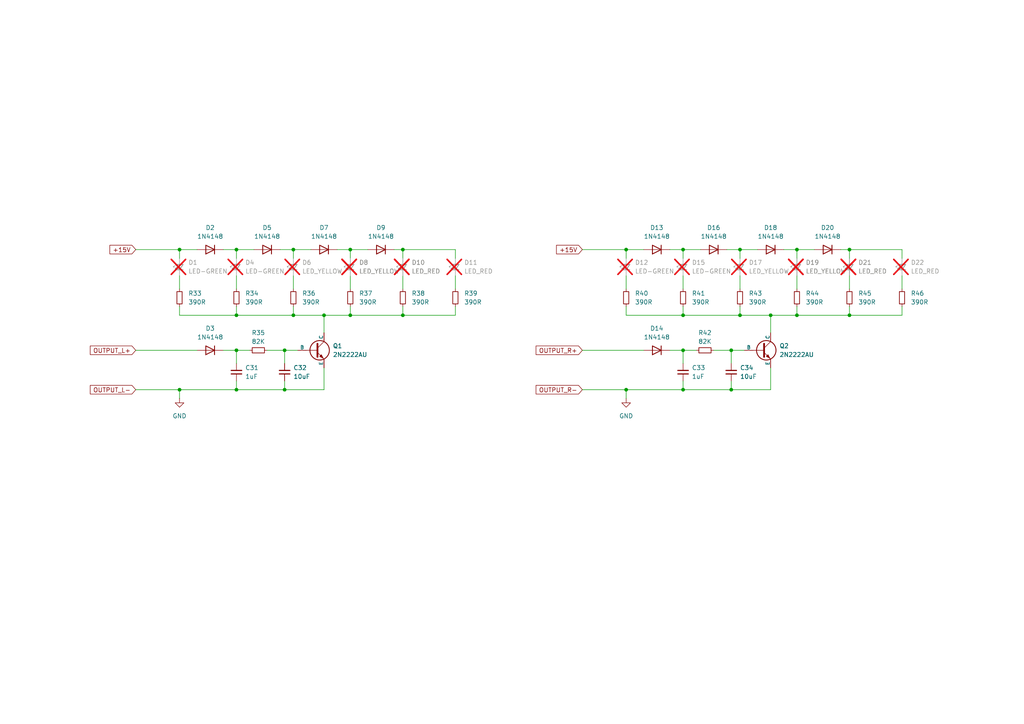
<source format=kicad_sch>
(kicad_sch
	(version 20231120)
	(generator "eeschema")
	(generator_version "8.0")
	(uuid "fea4fdf2-ad94-4228-a9fb-0d8371908ca2")
	(paper "A4")
	(lib_symbols
		(symbol "2N2222AU:NPN"
			(pin_numbers hide)
			(pin_names
				(offset 0)
			)
			(exclude_from_sim no)
			(in_bom yes)
			(on_board yes)
			(property "Reference" "Q"
				(at -5.842 7.62 0)
				(effects
					(font
						(size 1.27 1.27)
					)
				)
			)
			(property "Value" "2N2222AU"
				(at -5.842 5.08 0)
				(effects
					(font
						(size 1.27 1.27)
					)
				)
			)
			(property "Footprint" "2N2222:SOT-89-3_L4.5-W2.4-P1.50-LS4.0-BR"
				(at 63.5 0 0)
				(effects
					(font
						(size 1.27 1.27)
					)
					(hide yes)
				)
			)
			(property "Datasheet" ""
				(at -0.254 -20.828 0)
				(effects
					(font
						(size 1.27 1.27)
					)
					(hide yes)
				)
			)
			(property "Description" ""
				(at 1.778 -14.732 0)
				(effects
					(font
						(size 1.27 1.27)
					)
					(hide yes)
				)
			)
			(property "ki_keywords" "simulation"
				(at 0 0 0)
				(effects
					(font
						(size 1.27 1.27)
					)
					(hide yes)
				)
			)
			(symbol "NPN_0_1"
				(polyline
					(pts
						(xy -3.81 0) (xy -0.635 0)
					)
					(stroke
						(width 0.1524)
						(type default)
					)
					(fill
						(type none)
					)
				)
				(polyline
					(pts
						(xy -0.635 0.635) (xy 1.27 2.54)
					)
					(stroke
						(width 0)
						(type default)
					)
					(fill
						(type none)
					)
				)
				(polyline
					(pts
						(xy 1.524 -1.27) (xy 1.524 -1.27)
					)
					(stroke
						(width 0.1524)
						(type default)
					)
					(fill
						(type none)
					)
				)
				(polyline
					(pts
						(xy 1.524 -1.27) (xy 1.524 -1.27)
					)
					(stroke
						(width 0.1524)
						(type default)
					)
					(fill
						(type none)
					)
				)
				(polyline
					(pts
						(xy -0.635 -0.635) (xy 1.27 -2.54) (xy 1.27 -2.54)
					)
					(stroke
						(width 0)
						(type default)
					)
					(fill
						(type none)
					)
				)
				(polyline
					(pts
						(xy -0.635 1.905) (xy -0.635 -1.905) (xy -0.635 -1.905)
					)
					(stroke
						(width 0.508)
						(type default)
					)
					(fill
						(type none)
					)
				)
				(polyline
					(pts
						(xy 0 -1.778) (xy 0.508 -1.27) (xy 1.016 -2.286) (xy 0 -1.778) (xy 0 -1.778)
					)
					(stroke
						(width 0)
						(type default)
					)
					(fill
						(type outline)
					)
				)
				(circle
					(center 0 0)
					(radius 2.8194)
					(stroke
						(width 0.254)
						(type default)
					)
					(fill
						(type none)
					)
				)
			)
			(symbol "NPN_1_1"
				(pin unspecified line
					(at -6.35 0 0)
					(length 2.54)
					(name "B"
						(effects
							(font
								(size 1 1)
							)
						)
					)
					(number "1"
						(effects
							(font
								(size 1 1)
							)
						)
					)
				)
				(pin unspecified line
					(at 1.27 5.08 270)
					(length 2.54)
					(name "C"
						(effects
							(font
								(size 1 1)
							)
						)
					)
					(number "2"
						(effects
							(font
								(size 1 1)
							)
						)
					)
				)
				(pin unspecified line
					(at 1.27 -5.08 90)
					(length 2.54)
					(name "E"
						(effects
							(font
								(size 1 1)
							)
						)
					)
					(number "3"
						(effects
							(font
								(size 1 1)
							)
						)
					)
				)
			)
		)
		(symbol "Device:C_Small"
			(pin_numbers hide)
			(pin_names
				(offset 0.254) hide)
			(exclude_from_sim no)
			(in_bom yes)
			(on_board yes)
			(property "Reference" "C"
				(at 0.254 1.778 0)
				(effects
					(font
						(size 1.27 1.27)
					)
					(justify left)
				)
			)
			(property "Value" "C_Small"
				(at 0.254 -2.032 0)
				(effects
					(font
						(size 1.27 1.27)
					)
					(justify left)
				)
			)
			(property "Footprint" ""
				(at 0 0 0)
				(effects
					(font
						(size 1.27 1.27)
					)
					(hide yes)
				)
			)
			(property "Datasheet" "~"
				(at 0 0 0)
				(effects
					(font
						(size 1.27 1.27)
					)
					(hide yes)
				)
			)
			(property "Description" "Unpolarized capacitor, small symbol"
				(at 0 0 0)
				(effects
					(font
						(size 1.27 1.27)
					)
					(hide yes)
				)
			)
			(property "ki_keywords" "capacitor cap"
				(at 0 0 0)
				(effects
					(font
						(size 1.27 1.27)
					)
					(hide yes)
				)
			)
			(property "ki_fp_filters" "C_*"
				(at 0 0 0)
				(effects
					(font
						(size 1.27 1.27)
					)
					(hide yes)
				)
			)
			(symbol "C_Small_0_1"
				(polyline
					(pts
						(xy -1.524 -0.508) (xy 1.524 -0.508)
					)
					(stroke
						(width 0.3302)
						(type default)
					)
					(fill
						(type none)
					)
				)
				(polyline
					(pts
						(xy -1.524 0.508) (xy 1.524 0.508)
					)
					(stroke
						(width 0.3048)
						(type default)
					)
					(fill
						(type none)
					)
				)
			)
			(symbol "C_Small_1_1"
				(pin passive line
					(at 0 2.54 270)
					(length 2.032)
					(name "~"
						(effects
							(font
								(size 1.27 1.27)
							)
						)
					)
					(number "1"
						(effects
							(font
								(size 1.27 1.27)
							)
						)
					)
				)
				(pin passive line
					(at 0 -2.54 90)
					(length 2.032)
					(name "~"
						(effects
							(font
								(size 1.27 1.27)
							)
						)
					)
					(number "2"
						(effects
							(font
								(size 1.27 1.27)
							)
						)
					)
				)
			)
		)
		(symbol "Device:LED_Small"
			(pin_numbers hide)
			(pin_names
				(offset 0.254) hide)
			(exclude_from_sim no)
			(in_bom yes)
			(on_board yes)
			(property "Reference" "D"
				(at -1.27 3.175 0)
				(effects
					(font
						(size 1.27 1.27)
					)
					(justify left)
				)
			)
			(property "Value" "LED_Small"
				(at -4.445 -2.54 0)
				(effects
					(font
						(size 1.27 1.27)
					)
					(justify left)
				)
			)
			(property "Footprint" ""
				(at 0 0 90)
				(effects
					(font
						(size 1.27 1.27)
					)
					(hide yes)
				)
			)
			(property "Datasheet" "~"
				(at 0 0 90)
				(effects
					(font
						(size 1.27 1.27)
					)
					(hide yes)
				)
			)
			(property "Description" "Light emitting diode, small symbol"
				(at 0 0 0)
				(effects
					(font
						(size 1.27 1.27)
					)
					(hide yes)
				)
			)
			(property "ki_keywords" "LED diode light-emitting-diode"
				(at 0 0 0)
				(effects
					(font
						(size 1.27 1.27)
					)
					(hide yes)
				)
			)
			(property "ki_fp_filters" "LED* LED_SMD:* LED_THT:*"
				(at 0 0 0)
				(effects
					(font
						(size 1.27 1.27)
					)
					(hide yes)
				)
			)
			(symbol "LED_Small_0_1"
				(polyline
					(pts
						(xy -0.762 -1.016) (xy -0.762 1.016)
					)
					(stroke
						(width 0.254)
						(type default)
					)
					(fill
						(type none)
					)
				)
				(polyline
					(pts
						(xy 1.016 0) (xy -0.762 0)
					)
					(stroke
						(width 0)
						(type default)
					)
					(fill
						(type none)
					)
				)
				(polyline
					(pts
						(xy 0.762 -1.016) (xy -0.762 0) (xy 0.762 1.016) (xy 0.762 -1.016)
					)
					(stroke
						(width 0.254)
						(type default)
					)
					(fill
						(type none)
					)
				)
				(polyline
					(pts
						(xy 0 0.762) (xy -0.508 1.27) (xy -0.254 1.27) (xy -0.508 1.27) (xy -0.508 1.016)
					)
					(stroke
						(width 0)
						(type default)
					)
					(fill
						(type none)
					)
				)
				(polyline
					(pts
						(xy 0.508 1.27) (xy 0 1.778) (xy 0.254 1.778) (xy 0 1.778) (xy 0 1.524)
					)
					(stroke
						(width 0)
						(type default)
					)
					(fill
						(type none)
					)
				)
			)
			(symbol "LED_Small_1_1"
				(pin passive line
					(at -2.54 0 0)
					(length 1.778)
					(name "K"
						(effects
							(font
								(size 1.27 1.27)
							)
						)
					)
					(number "1"
						(effects
							(font
								(size 1.27 1.27)
							)
						)
					)
				)
				(pin passive line
					(at 2.54 0 180)
					(length 1.778)
					(name "A"
						(effects
							(font
								(size 1.27 1.27)
							)
						)
					)
					(number "2"
						(effects
							(font
								(size 1.27 1.27)
							)
						)
					)
				)
			)
		)
		(symbol "Device:R_Small"
			(pin_numbers hide)
			(pin_names
				(offset 0.254) hide)
			(exclude_from_sim no)
			(in_bom yes)
			(on_board yes)
			(property "Reference" "R"
				(at 0.762 0.508 0)
				(effects
					(font
						(size 1.27 1.27)
					)
					(justify left)
				)
			)
			(property "Value" "R_Small"
				(at 0.762 -1.016 0)
				(effects
					(font
						(size 1.27 1.27)
					)
					(justify left)
				)
			)
			(property "Footprint" ""
				(at 0 0 0)
				(effects
					(font
						(size 1.27 1.27)
					)
					(hide yes)
				)
			)
			(property "Datasheet" "~"
				(at 0 0 0)
				(effects
					(font
						(size 1.27 1.27)
					)
					(hide yes)
				)
			)
			(property "Description" "Resistor, small symbol"
				(at 0 0 0)
				(effects
					(font
						(size 1.27 1.27)
					)
					(hide yes)
				)
			)
			(property "ki_keywords" "R resistor"
				(at 0 0 0)
				(effects
					(font
						(size 1.27 1.27)
					)
					(hide yes)
				)
			)
			(property "ki_fp_filters" "R_*"
				(at 0 0 0)
				(effects
					(font
						(size 1.27 1.27)
					)
					(hide yes)
				)
			)
			(symbol "R_Small_0_1"
				(rectangle
					(start -0.762 1.778)
					(end 0.762 -1.778)
					(stroke
						(width 0.2032)
						(type default)
					)
					(fill
						(type none)
					)
				)
			)
			(symbol "R_Small_1_1"
				(pin passive line
					(at 0 2.54 270)
					(length 0.762)
					(name "~"
						(effects
							(font
								(size 1.27 1.27)
							)
						)
					)
					(number "1"
						(effects
							(font
								(size 1.27 1.27)
							)
						)
					)
				)
				(pin passive line
					(at 0 -2.54 90)
					(length 0.762)
					(name "~"
						(effects
							(font
								(size 1.27 1.27)
							)
						)
					)
					(number "2"
						(effects
							(font
								(size 1.27 1.27)
							)
						)
					)
				)
			)
		)
		(symbol "Diode:1N4148"
			(pin_numbers hide)
			(pin_names hide)
			(exclude_from_sim no)
			(in_bom yes)
			(on_board yes)
			(property "Reference" "D"
				(at 0 2.54 0)
				(effects
					(font
						(size 1.27 1.27)
					)
				)
			)
			(property "Value" "1N4148"
				(at 0 -2.54 0)
				(effects
					(font
						(size 1.27 1.27)
					)
				)
			)
			(property "Footprint" "Diode_THT:D_DO-35_SOD27_P7.62mm_Horizontal"
				(at 0 0 0)
				(effects
					(font
						(size 1.27 1.27)
					)
					(hide yes)
				)
			)
			(property "Datasheet" "https://assets.nexperia.com/documents/data-sheet/1N4148_1N4448.pdf"
				(at 0 0 0)
				(effects
					(font
						(size 1.27 1.27)
					)
					(hide yes)
				)
			)
			(property "Description" "100V 0.15A standard switching diode, DO-35"
				(at 0 0 0)
				(effects
					(font
						(size 1.27 1.27)
					)
					(hide yes)
				)
			)
			(property "Sim.Device" "D"
				(at 0 0 0)
				(effects
					(font
						(size 1.27 1.27)
					)
					(hide yes)
				)
			)
			(property "Sim.Pins" "1=K 2=A"
				(at 0 0 0)
				(effects
					(font
						(size 1.27 1.27)
					)
					(hide yes)
				)
			)
			(property "ki_keywords" "diode"
				(at 0 0 0)
				(effects
					(font
						(size 1.27 1.27)
					)
					(hide yes)
				)
			)
			(property "ki_fp_filters" "D*DO?35*"
				(at 0 0 0)
				(effects
					(font
						(size 1.27 1.27)
					)
					(hide yes)
				)
			)
			(symbol "1N4148_0_1"
				(polyline
					(pts
						(xy -1.27 1.27) (xy -1.27 -1.27)
					)
					(stroke
						(width 0.254)
						(type default)
					)
					(fill
						(type none)
					)
				)
				(polyline
					(pts
						(xy 1.27 0) (xy -1.27 0)
					)
					(stroke
						(width 0)
						(type default)
					)
					(fill
						(type none)
					)
				)
				(polyline
					(pts
						(xy 1.27 1.27) (xy 1.27 -1.27) (xy -1.27 0) (xy 1.27 1.27)
					)
					(stroke
						(width 0.254)
						(type default)
					)
					(fill
						(type none)
					)
				)
			)
			(symbol "1N4148_1_1"
				(pin passive line
					(at -3.81 0 0)
					(length 2.54)
					(name "K"
						(effects
							(font
								(size 1.27 1.27)
							)
						)
					)
					(number "1"
						(effects
							(font
								(size 1.27 1.27)
							)
						)
					)
				)
				(pin passive line
					(at 3.81 0 180)
					(length 2.54)
					(name "A"
						(effects
							(font
								(size 1.27 1.27)
							)
						)
					)
					(number "2"
						(effects
							(font
								(size 1.27 1.27)
							)
						)
					)
				)
			)
		)
		(symbol "power:GND"
			(power)
			(pin_numbers hide)
			(pin_names
				(offset 0) hide)
			(exclude_from_sim no)
			(in_bom yes)
			(on_board yes)
			(property "Reference" "#PWR"
				(at 0 -6.35 0)
				(effects
					(font
						(size 1.27 1.27)
					)
					(hide yes)
				)
			)
			(property "Value" "GND"
				(at 0 -3.81 0)
				(effects
					(font
						(size 1.27 1.27)
					)
				)
			)
			(property "Footprint" ""
				(at 0 0 0)
				(effects
					(font
						(size 1.27 1.27)
					)
					(hide yes)
				)
			)
			(property "Datasheet" ""
				(at 0 0 0)
				(effects
					(font
						(size 1.27 1.27)
					)
					(hide yes)
				)
			)
			(property "Description" "Power symbol creates a global label with name \"GND\" , ground"
				(at 0 0 0)
				(effects
					(font
						(size 1.27 1.27)
					)
					(hide yes)
				)
			)
			(property "ki_keywords" "global power"
				(at 0 0 0)
				(effects
					(font
						(size 1.27 1.27)
					)
					(hide yes)
				)
			)
			(symbol "GND_0_1"
				(polyline
					(pts
						(xy 0 0) (xy 0 -1.27) (xy 1.27 -1.27) (xy 0 -2.54) (xy -1.27 -1.27) (xy 0 -1.27)
					)
					(stroke
						(width 0)
						(type default)
					)
					(fill
						(type none)
					)
				)
			)
			(symbol "GND_1_1"
				(pin power_in line
					(at 0 0 270)
					(length 0)
					(name "~"
						(effects
							(font
								(size 1.27 1.27)
							)
						)
					)
					(number "1"
						(effects
							(font
								(size 1.27 1.27)
							)
						)
					)
				)
			)
		)
	)
	(junction
		(at 214.63 91.44)
		(diameter 0)
		(color 0 0 0 0)
		(uuid "01bd3d22-3d2d-42ff-9bb0-6589a3fc1317")
	)
	(junction
		(at 68.58 91.44)
		(diameter 0)
		(color 0 0 0 0)
		(uuid "0ded40a6-81e5-4086-8069-5b54145a9109")
	)
	(junction
		(at 212.09 113.03)
		(diameter 0)
		(color 0 0 0 0)
		(uuid "11a4c035-b871-465e-a897-7b3acfe2c911")
	)
	(junction
		(at 85.09 72.39)
		(diameter 0)
		(color 0 0 0 0)
		(uuid "24813a2b-900b-438a-a326-a0f6ac19a952")
	)
	(junction
		(at 214.63 72.39)
		(diameter 0)
		(color 0 0 0 0)
		(uuid "2dd2a64f-8964-4290-80f8-a21818f14bdc")
	)
	(junction
		(at 223.52 91.44)
		(diameter 0)
		(color 0 0 0 0)
		(uuid "31dc2046-cb33-4aa3-82be-4e3e7e182d7a")
	)
	(junction
		(at 212.09 101.6)
		(diameter 0)
		(color 0 0 0 0)
		(uuid "36b8d9e8-334b-4b4a-8d46-0dda12062f44")
	)
	(junction
		(at 68.58 72.39)
		(diameter 0)
		(color 0 0 0 0)
		(uuid "3814f7c7-fa70-4c8b-a09c-e4fc9d109bc6")
	)
	(junction
		(at 181.61 72.39)
		(diameter 0)
		(color 0 0 0 0)
		(uuid "3f74259d-1f3e-46d1-aac4-747ed99b1667")
	)
	(junction
		(at 181.61 113.03)
		(diameter 0)
		(color 0 0 0 0)
		(uuid "465b4c02-214c-463c-87c0-0815faa72392")
	)
	(junction
		(at 93.98 91.44)
		(diameter 0)
		(color 0 0 0 0)
		(uuid "4a60efbe-039a-4334-be5c-86573aa40888")
	)
	(junction
		(at 198.12 113.03)
		(diameter 0)
		(color 0 0 0 0)
		(uuid "5877b0e0-f1bd-4f25-83c6-fecb423ff9d5")
	)
	(junction
		(at 231.14 91.44)
		(diameter 0)
		(color 0 0 0 0)
		(uuid "63a2acb6-7400-4eca-87d6-66ef055378af")
	)
	(junction
		(at 85.09 91.44)
		(diameter 0)
		(color 0 0 0 0)
		(uuid "83113c1b-325d-49ce-bb03-cb2a0ddec908")
	)
	(junction
		(at 246.38 91.44)
		(diameter 0)
		(color 0 0 0 0)
		(uuid "8da3e51c-e95f-472d-b139-26efea9674bb")
	)
	(junction
		(at 198.12 91.44)
		(diameter 0)
		(color 0 0 0 0)
		(uuid "929b5345-65a7-4167-a790-3ad47c012466")
	)
	(junction
		(at 246.38 72.39)
		(diameter 0)
		(color 0 0 0 0)
		(uuid "950a7c37-e2db-4174-b237-b054a84f0c3b")
	)
	(junction
		(at 68.58 113.03)
		(diameter 0)
		(color 0 0 0 0)
		(uuid "97562dc5-cc73-4870-bd92-ea81b1e23531")
	)
	(junction
		(at 116.84 72.39)
		(diameter 0)
		(color 0 0 0 0)
		(uuid "97dc65aa-9245-44fc-9cab-1fe280f687b2")
	)
	(junction
		(at 68.58 101.6)
		(diameter 0)
		(color 0 0 0 0)
		(uuid "99d76806-4e2d-442d-a636-8e8604100137")
	)
	(junction
		(at 101.6 91.44)
		(diameter 0)
		(color 0 0 0 0)
		(uuid "a8a65eb8-3a56-46b9-9eb5-c7e190add2ae")
	)
	(junction
		(at 198.12 101.6)
		(diameter 0)
		(color 0 0 0 0)
		(uuid "b15de7eb-1f8e-4ba3-959c-6f5cd7296e94")
	)
	(junction
		(at 82.55 101.6)
		(diameter 0)
		(color 0 0 0 0)
		(uuid "b31c1bdf-0f11-4a43-8fc7-75d1dcc603dc")
	)
	(junction
		(at 231.14 72.39)
		(diameter 0)
		(color 0 0 0 0)
		(uuid "b47223f3-ecf9-41bb-9e1b-e43441fcf36e")
	)
	(junction
		(at 198.12 72.39)
		(diameter 0)
		(color 0 0 0 0)
		(uuid "bad6ab99-a55d-44be-be12-c65925deaa3f")
	)
	(junction
		(at 101.6 72.39)
		(diameter 0)
		(color 0 0 0 0)
		(uuid "bb253bcd-0518-40c9-85e3-1e9640161957")
	)
	(junction
		(at 52.07 113.03)
		(diameter 0)
		(color 0 0 0 0)
		(uuid "c20c1f85-41df-4b0e-b7d5-91a1c724845b")
	)
	(junction
		(at 52.07 72.39)
		(diameter 0)
		(color 0 0 0 0)
		(uuid "d5d5c275-5da8-4d4a-8111-6831e88c13a0")
	)
	(junction
		(at 116.84 91.44)
		(diameter 0)
		(color 0 0 0 0)
		(uuid "dca97654-a07f-478b-a88b-0f4f0ade34ec")
	)
	(junction
		(at 82.55 113.03)
		(diameter 0)
		(color 0 0 0 0)
		(uuid "f40a1e34-cf66-4c39-b372-0d88662765e3")
	)
	(wire
		(pts
			(xy 181.61 113.03) (xy 198.12 113.03)
		)
		(stroke
			(width 0)
			(type default)
		)
		(uuid "00e7248f-94bc-4359-bba0-61867e18a513")
	)
	(wire
		(pts
			(xy 214.63 72.39) (xy 219.71 72.39)
		)
		(stroke
			(width 0)
			(type default)
		)
		(uuid "0caa6740-918c-4255-820f-d1c21c56545d")
	)
	(wire
		(pts
			(xy 198.12 113.03) (xy 212.09 113.03)
		)
		(stroke
			(width 0)
			(type default)
		)
		(uuid "12a89bdb-cee2-4497-8517-dcf4850e7ef1")
	)
	(wire
		(pts
			(xy 231.14 88.9) (xy 231.14 91.44)
		)
		(stroke
			(width 0)
			(type default)
		)
		(uuid "1346cd92-b7c3-45d5-a786-52288e740a44")
	)
	(wire
		(pts
			(xy 101.6 80.01) (xy 101.6 83.82)
		)
		(stroke
			(width 0)
			(type default)
		)
		(uuid "135b9ce5-b109-4ad3-8a8d-e58fd8240476")
	)
	(wire
		(pts
			(xy 198.12 110.49) (xy 198.12 113.03)
		)
		(stroke
			(width 0)
			(type default)
		)
		(uuid "1d24051c-ed99-4ff9-a10d-013b29f0a29f")
	)
	(wire
		(pts
			(xy 168.91 101.6) (xy 186.69 101.6)
		)
		(stroke
			(width 0)
			(type default)
		)
		(uuid "20cebec1-1bf8-49eb-9cff-4f1301ad9efe")
	)
	(wire
		(pts
			(xy 101.6 72.39) (xy 101.6 74.93)
		)
		(stroke
			(width 0)
			(type default)
		)
		(uuid "21957821-6a82-4b0b-8662-29850542fdd6")
	)
	(wire
		(pts
			(xy 68.58 88.9) (xy 68.58 91.44)
		)
		(stroke
			(width 0)
			(type default)
		)
		(uuid "230f5b29-b2f3-4329-86d3-7f11d5e3f20f")
	)
	(wire
		(pts
			(xy 181.61 115.57) (xy 181.61 113.03)
		)
		(stroke
			(width 0)
			(type default)
		)
		(uuid "244044fa-6704-400a-acd4-e92dbbea1d1a")
	)
	(wire
		(pts
			(xy 39.37 101.6) (xy 57.15 101.6)
		)
		(stroke
			(width 0)
			(type default)
		)
		(uuid "2c660d86-de51-474d-a10a-3e5cc43de9f7")
	)
	(wire
		(pts
			(xy 261.62 80.01) (xy 261.62 83.82)
		)
		(stroke
			(width 0)
			(type default)
		)
		(uuid "2e9b466a-09e6-41b6-9a14-6aa597b08bb1")
	)
	(wire
		(pts
			(xy 223.52 91.44) (xy 214.63 91.44)
		)
		(stroke
			(width 0)
			(type default)
		)
		(uuid "2efc4105-ba1d-4991-87be-ef4f28f0e19a")
	)
	(wire
		(pts
			(xy 261.62 74.93) (xy 261.62 72.39)
		)
		(stroke
			(width 0)
			(type default)
		)
		(uuid "30691c00-d846-4e69-88b0-2ca9c64fad2a")
	)
	(wire
		(pts
			(xy 93.98 91.44) (xy 85.09 91.44)
		)
		(stroke
			(width 0)
			(type default)
		)
		(uuid "3c183972-52cd-43db-bda7-4714f34637cf")
	)
	(wire
		(pts
			(xy 168.91 113.03) (xy 181.61 113.03)
		)
		(stroke
			(width 0)
			(type default)
		)
		(uuid "3d48ecdf-18d6-401a-800a-04e3dbe1f129")
	)
	(wire
		(pts
			(xy 214.63 80.01) (xy 214.63 83.82)
		)
		(stroke
			(width 0)
			(type default)
		)
		(uuid "3ed79771-5634-49e4-8b08-3a2df989d831")
	)
	(wire
		(pts
			(xy 52.07 80.01) (xy 52.07 83.82)
		)
		(stroke
			(width 0)
			(type default)
		)
		(uuid "4e858d6a-a7bc-405f-98f7-742f4f26da0f")
	)
	(wire
		(pts
			(xy 132.08 80.01) (xy 132.08 83.82)
		)
		(stroke
			(width 0)
			(type default)
		)
		(uuid "5094ef07-e3d2-40b0-800d-e67f57e669c9")
	)
	(wire
		(pts
			(xy 231.14 91.44) (xy 223.52 91.44)
		)
		(stroke
			(width 0)
			(type default)
		)
		(uuid "5287f7c1-cc8e-4d89-82cd-d2a77ecbbe20")
	)
	(wire
		(pts
			(xy 207.01 101.6) (xy 212.09 101.6)
		)
		(stroke
			(width 0)
			(type default)
		)
		(uuid "542096ff-c977-47c3-83c4-1ba81c6f9972")
	)
	(wire
		(pts
			(xy 85.09 91.44) (xy 68.58 91.44)
		)
		(stroke
			(width 0)
			(type default)
		)
		(uuid "542dbf55-9bb6-487e-a1df-4e84a989f9c7")
	)
	(wire
		(pts
			(xy 116.84 74.93) (xy 116.84 72.39)
		)
		(stroke
			(width 0)
			(type default)
		)
		(uuid "54bc5f1a-afb1-44e4-8301-9a5c57b21270")
	)
	(wire
		(pts
			(xy 82.55 113.03) (xy 93.98 113.03)
		)
		(stroke
			(width 0)
			(type default)
		)
		(uuid "56d18b3a-3740-47a4-8158-72fd2772c9e1")
	)
	(wire
		(pts
			(xy 93.98 91.44) (xy 93.98 96.52)
		)
		(stroke
			(width 0)
			(type default)
		)
		(uuid "57847258-200b-4bf7-a5d0-de7d714f0b8a")
	)
	(wire
		(pts
			(xy 261.62 91.44) (xy 246.38 91.44)
		)
		(stroke
			(width 0)
			(type default)
		)
		(uuid "5999dd24-e9b8-4451-bdd4-cfc7b8c3571f")
	)
	(wire
		(pts
			(xy 231.14 72.39) (xy 231.14 74.93)
		)
		(stroke
			(width 0)
			(type default)
		)
		(uuid "59f6792c-82e2-49d0-ba61-756dab07f9d9")
	)
	(wire
		(pts
			(xy 77.47 101.6) (xy 82.55 101.6)
		)
		(stroke
			(width 0)
			(type default)
		)
		(uuid "5d3013fd-83c9-4d6c-bcc7-ea2a08133087")
	)
	(wire
		(pts
			(xy 246.38 80.01) (xy 246.38 83.82)
		)
		(stroke
			(width 0)
			(type default)
		)
		(uuid "60a7bf30-410f-4748-9739-8326a31c39f4")
	)
	(wire
		(pts
			(xy 85.09 80.01) (xy 85.09 83.82)
		)
		(stroke
			(width 0)
			(type default)
		)
		(uuid "60e6e272-859d-474a-a360-9c41d5184247")
	)
	(wire
		(pts
			(xy 116.84 72.39) (xy 114.3 72.39)
		)
		(stroke
			(width 0)
			(type default)
		)
		(uuid "61b9e523-a59e-4fa2-b5df-20f38f01ac4e")
	)
	(wire
		(pts
			(xy 194.31 101.6) (xy 198.12 101.6)
		)
		(stroke
			(width 0)
			(type default)
		)
		(uuid "638fbadf-c1bc-4db7-b2d5-47e14e3388a0")
	)
	(wire
		(pts
			(xy 116.84 80.01) (xy 116.84 83.82)
		)
		(stroke
			(width 0)
			(type default)
		)
		(uuid "6654fa86-5bae-4fce-9ce4-c9c5c0885c5f")
	)
	(wire
		(pts
			(xy 39.37 113.03) (xy 52.07 113.03)
		)
		(stroke
			(width 0)
			(type default)
		)
		(uuid "6c0de95d-ef5c-440a-94d4-d30cd280bffb")
	)
	(wire
		(pts
			(xy 246.38 74.93) (xy 246.38 72.39)
		)
		(stroke
			(width 0)
			(type default)
		)
		(uuid "6c2b22cb-0aeb-4d75-875e-2acc2a30f6f4")
	)
	(wire
		(pts
			(xy 39.37 72.39) (xy 52.07 72.39)
		)
		(stroke
			(width 0)
			(type default)
		)
		(uuid "6dba23bc-4215-4f77-a1f3-f5b468fec258")
	)
	(wire
		(pts
			(xy 85.09 72.39) (xy 90.17 72.39)
		)
		(stroke
			(width 0)
			(type default)
		)
		(uuid "6f5779c1-c28a-4aea-b064-b62114ab7622")
	)
	(wire
		(pts
			(xy 212.09 110.49) (xy 212.09 113.03)
		)
		(stroke
			(width 0)
			(type default)
		)
		(uuid "709971a1-a3fc-4709-bb4a-ee6e13cea928")
	)
	(wire
		(pts
			(xy 223.52 106.68) (xy 223.52 113.03)
		)
		(stroke
			(width 0)
			(type default)
		)
		(uuid "724341d2-e170-42b0-b8e1-dc1f581eafbf")
	)
	(wire
		(pts
			(xy 212.09 101.6) (xy 212.09 105.41)
		)
		(stroke
			(width 0)
			(type default)
		)
		(uuid "7432f2b2-0f70-44e7-9a12-e0a9a6dfda58")
	)
	(wire
		(pts
			(xy 261.62 88.9) (xy 261.62 91.44)
		)
		(stroke
			(width 0)
			(type default)
		)
		(uuid "74f43c78-9223-4141-afbd-fc5bd6eca885")
	)
	(wire
		(pts
			(xy 231.14 80.01) (xy 231.14 83.82)
		)
		(stroke
			(width 0)
			(type default)
		)
		(uuid "775a0cc4-dd0b-4290-a1aa-f180acc04ede")
	)
	(wire
		(pts
			(xy 261.62 72.39) (xy 246.38 72.39)
		)
		(stroke
			(width 0)
			(type default)
		)
		(uuid "79548d7d-eedb-48bb-8912-105d538174fe")
	)
	(wire
		(pts
			(xy 132.08 88.9) (xy 132.08 91.44)
		)
		(stroke
			(width 0)
			(type default)
		)
		(uuid "79906f1e-ed01-4a36-9fc9-45db011d096e")
	)
	(wire
		(pts
			(xy 214.63 72.39) (xy 214.63 74.93)
		)
		(stroke
			(width 0)
			(type default)
		)
		(uuid "7d2259d0-257d-4e6a-91e7-d3710ff9b5d4")
	)
	(wire
		(pts
			(xy 82.55 101.6) (xy 86.36 101.6)
		)
		(stroke
			(width 0)
			(type default)
		)
		(uuid "7f09477c-3b88-4273-b0f7-3238aa7db3f8")
	)
	(wire
		(pts
			(xy 101.6 91.44) (xy 93.98 91.44)
		)
		(stroke
			(width 0)
			(type default)
		)
		(uuid "7ffc8bb1-afec-423a-9513-68fd41618f30")
	)
	(wire
		(pts
			(xy 246.38 88.9) (xy 246.38 91.44)
		)
		(stroke
			(width 0)
			(type default)
		)
		(uuid "8067fd1f-371b-4b0c-b68b-05d0d70f7686")
	)
	(wire
		(pts
			(xy 68.58 110.49) (xy 68.58 113.03)
		)
		(stroke
			(width 0)
			(type default)
		)
		(uuid "80ea966c-2177-452b-9757-fbe3ba5e59e0")
	)
	(wire
		(pts
			(xy 52.07 72.39) (xy 52.07 74.93)
		)
		(stroke
			(width 0)
			(type default)
		)
		(uuid "81860001-73d0-4ba3-aef3-83b22ab7cbb5")
	)
	(wire
		(pts
			(xy 81.28 72.39) (xy 85.09 72.39)
		)
		(stroke
			(width 0)
			(type default)
		)
		(uuid "828aed0b-0b1c-4b31-aabe-5024d71ecfd1")
	)
	(wire
		(pts
			(xy 82.55 101.6) (xy 82.55 105.41)
		)
		(stroke
			(width 0)
			(type default)
		)
		(uuid "859039ca-8fad-42c8-a4a7-ddc8b2b4cf0a")
	)
	(wire
		(pts
			(xy 214.63 91.44) (xy 198.12 91.44)
		)
		(stroke
			(width 0)
			(type default)
		)
		(uuid "899361fd-863e-4f05-bd48-d1d73c7b61c5")
	)
	(wire
		(pts
			(xy 132.08 74.93) (xy 132.08 72.39)
		)
		(stroke
			(width 0)
			(type default)
		)
		(uuid "98794c11-b9c9-4212-a1a3-10f7fd4088a8")
	)
	(wire
		(pts
			(xy 64.77 72.39) (xy 68.58 72.39)
		)
		(stroke
			(width 0)
			(type default)
		)
		(uuid "98b353c0-b43d-48bd-b42b-37ca0c90ba24")
	)
	(wire
		(pts
			(xy 68.58 72.39) (xy 68.58 74.93)
		)
		(stroke
			(width 0)
			(type default)
		)
		(uuid "9c7f1977-e760-4140-b45e-8118a29c39aa")
	)
	(wire
		(pts
			(xy 212.09 113.03) (xy 223.52 113.03)
		)
		(stroke
			(width 0)
			(type default)
		)
		(uuid "a40b366d-ceb9-4701-8725-dffa31e4b65a")
	)
	(wire
		(pts
			(xy 68.58 91.44) (xy 52.07 91.44)
		)
		(stroke
			(width 0)
			(type default)
		)
		(uuid "a56d56b2-285a-4e79-baff-e1c5b2f82e9d")
	)
	(wire
		(pts
			(xy 198.12 80.01) (xy 198.12 83.82)
		)
		(stroke
			(width 0)
			(type default)
		)
		(uuid "a6937e72-3c7a-46f3-a1ed-e03cc5ae8655")
	)
	(wire
		(pts
			(xy 181.61 72.39) (xy 186.69 72.39)
		)
		(stroke
			(width 0)
			(type default)
		)
		(uuid "a73a09f7-47ed-4d58-878c-739eb18cdb32")
	)
	(wire
		(pts
			(xy 181.61 91.44) (xy 181.61 88.9)
		)
		(stroke
			(width 0)
			(type default)
		)
		(uuid "a73e06dc-b4f8-4f68-b62e-42105a474cc7")
	)
	(wire
		(pts
			(xy 246.38 72.39) (xy 243.84 72.39)
		)
		(stroke
			(width 0)
			(type default)
		)
		(uuid "a90d9f30-fe4f-4e43-a3d2-8780d839d5d0")
	)
	(wire
		(pts
			(xy 68.58 113.03) (xy 82.55 113.03)
		)
		(stroke
			(width 0)
			(type default)
		)
		(uuid "a92dfe06-9326-46ed-9baf-2427a427674b")
	)
	(wire
		(pts
			(xy 194.31 72.39) (xy 198.12 72.39)
		)
		(stroke
			(width 0)
			(type default)
		)
		(uuid "a968f4f5-70c3-4501-b070-5b5c17934b3c")
	)
	(wire
		(pts
			(xy 231.14 72.39) (xy 236.22 72.39)
		)
		(stroke
			(width 0)
			(type default)
		)
		(uuid "af0894bb-9178-4f04-aca1-389882bc6567")
	)
	(wire
		(pts
			(xy 132.08 91.44) (xy 116.84 91.44)
		)
		(stroke
			(width 0)
			(type default)
		)
		(uuid "b106aed2-579e-472a-814f-8eda3f60ba60")
	)
	(wire
		(pts
			(xy 198.12 72.39) (xy 198.12 74.93)
		)
		(stroke
			(width 0)
			(type default)
		)
		(uuid "b2f88154-fd11-4cd0-947f-6f059fc1ed38")
	)
	(wire
		(pts
			(xy 214.63 88.9) (xy 214.63 91.44)
		)
		(stroke
			(width 0)
			(type default)
		)
		(uuid "b59ba7e2-01b5-42d9-8cfb-798db3b55aa7")
	)
	(wire
		(pts
			(xy 210.82 72.39) (xy 214.63 72.39)
		)
		(stroke
			(width 0)
			(type default)
		)
		(uuid "b98ec5fd-37e5-41e9-84a6-94d311a1daab")
	)
	(wire
		(pts
			(xy 168.91 72.39) (xy 181.61 72.39)
		)
		(stroke
			(width 0)
			(type default)
		)
		(uuid "bd3e7bc0-4aee-4081-8e59-b28be9a026f8")
	)
	(wire
		(pts
			(xy 101.6 88.9) (xy 101.6 91.44)
		)
		(stroke
			(width 0)
			(type default)
		)
		(uuid "bef3b388-e73d-4ccb-9471-370b0e73c89a")
	)
	(wire
		(pts
			(xy 68.58 101.6) (xy 68.58 105.41)
		)
		(stroke
			(width 0)
			(type default)
		)
		(uuid "bfe4a1e2-2b83-40f2-a408-37e483bbda63")
	)
	(wire
		(pts
			(xy 227.33 72.39) (xy 231.14 72.39)
		)
		(stroke
			(width 0)
			(type default)
		)
		(uuid "c0372c47-2fe6-49f9-baad-6749e8144ed5")
	)
	(wire
		(pts
			(xy 68.58 72.39) (xy 73.66 72.39)
		)
		(stroke
			(width 0)
			(type default)
		)
		(uuid "c37fece1-b25b-488c-bfd6-623114028bcc")
	)
	(wire
		(pts
			(xy 52.07 91.44) (xy 52.07 88.9)
		)
		(stroke
			(width 0)
			(type default)
		)
		(uuid "c54bc1ed-a585-4152-a007-c9d853500d83")
	)
	(wire
		(pts
			(xy 116.84 91.44) (xy 101.6 91.44)
		)
		(stroke
			(width 0)
			(type default)
		)
		(uuid "c7cd2f29-ce9e-4c2d-a75c-9b3c2b562984")
	)
	(wire
		(pts
			(xy 64.77 101.6) (xy 68.58 101.6)
		)
		(stroke
			(width 0)
			(type default)
		)
		(uuid "c8bf8b0f-8550-4f6d-adf8-29500fa06a65")
	)
	(wire
		(pts
			(xy 101.6 72.39) (xy 106.68 72.39)
		)
		(stroke
			(width 0)
			(type default)
		)
		(uuid "c9e75a46-cab2-4812-b0a1-b688addd8ceb")
	)
	(wire
		(pts
			(xy 52.07 72.39) (xy 57.15 72.39)
		)
		(stroke
			(width 0)
			(type default)
		)
		(uuid "ca1b7ac3-412c-4302-95a1-642c3116c463")
	)
	(wire
		(pts
			(xy 198.12 72.39) (xy 203.2 72.39)
		)
		(stroke
			(width 0)
			(type default)
		)
		(uuid "cc7dc6db-5ea6-4bfc-964f-93c10ec6102d")
	)
	(wire
		(pts
			(xy 181.61 80.01) (xy 181.61 83.82)
		)
		(stroke
			(width 0)
			(type default)
		)
		(uuid "cd7903b6-a524-4dd6-945b-a9a9bc0f518e")
	)
	(wire
		(pts
			(xy 93.98 106.68) (xy 93.98 113.03)
		)
		(stroke
			(width 0)
			(type default)
		)
		(uuid "d184f369-29ce-4204-a60a-ac4a3c7bce32")
	)
	(wire
		(pts
			(xy 85.09 72.39) (xy 85.09 74.93)
		)
		(stroke
			(width 0)
			(type default)
		)
		(uuid "d50a9882-0af8-4dc4-bbcf-d1633d3dc8b9")
	)
	(wire
		(pts
			(xy 181.61 72.39) (xy 181.61 74.93)
		)
		(stroke
			(width 0)
			(type default)
		)
		(uuid "d7b9c4ec-349c-48ea-ba9d-494cc13725ee")
	)
	(wire
		(pts
			(xy 212.09 101.6) (xy 215.9 101.6)
		)
		(stroke
			(width 0)
			(type default)
		)
		(uuid "d8f88306-249d-488a-b17d-fee61a5d6fb2")
	)
	(wire
		(pts
			(xy 198.12 88.9) (xy 198.12 91.44)
		)
		(stroke
			(width 0)
			(type default)
		)
		(uuid "dc5aadc6-0107-4cee-b6bf-7c5064dd2a92")
	)
	(wire
		(pts
			(xy 198.12 101.6) (xy 198.12 105.41)
		)
		(stroke
			(width 0)
			(type default)
		)
		(uuid "dd170776-7c30-46eb-8f73-d9587c69338a")
	)
	(wire
		(pts
			(xy 246.38 91.44) (xy 231.14 91.44)
		)
		(stroke
			(width 0)
			(type default)
		)
		(uuid "dd4580b1-415e-4f77-9790-1c533f79e3bf")
	)
	(wire
		(pts
			(xy 223.52 91.44) (xy 223.52 96.52)
		)
		(stroke
			(width 0)
			(type default)
		)
		(uuid "e18a8cf1-d8c3-44eb-a756-5397e9830e68")
	)
	(wire
		(pts
			(xy 85.09 88.9) (xy 85.09 91.44)
		)
		(stroke
			(width 0)
			(type default)
		)
		(uuid "e20c9c9f-87b8-470b-b831-7d15f231b94d")
	)
	(wire
		(pts
			(xy 68.58 80.01) (xy 68.58 83.82)
		)
		(stroke
			(width 0)
			(type default)
		)
		(uuid "ee0934c0-2ec5-44b5-b5cb-5331aca555ed")
	)
	(wire
		(pts
			(xy 97.79 72.39) (xy 101.6 72.39)
		)
		(stroke
			(width 0)
			(type default)
		)
		(uuid "ee37ee4f-6c54-4026-8106-103d80258dc9")
	)
	(wire
		(pts
			(xy 82.55 110.49) (xy 82.55 113.03)
		)
		(stroke
			(width 0)
			(type default)
		)
		(uuid "ef55bc56-269d-402e-b1d5-1db6e374818c")
	)
	(wire
		(pts
			(xy 116.84 88.9) (xy 116.84 91.44)
		)
		(stroke
			(width 0)
			(type default)
		)
		(uuid "ef731f99-2895-4277-812a-304a65a73fd4")
	)
	(wire
		(pts
			(xy 52.07 113.03) (xy 68.58 113.03)
		)
		(stroke
			(width 0)
			(type default)
		)
		(uuid "f5693018-b991-42cd-8a82-a0841cafdcfe")
	)
	(wire
		(pts
			(xy 68.58 101.6) (xy 72.39 101.6)
		)
		(stroke
			(width 0)
			(type default)
		)
		(uuid "f5a34f04-c7f4-4491-8b79-dfe52851e1f4")
	)
	(wire
		(pts
			(xy 132.08 72.39) (xy 116.84 72.39)
		)
		(stroke
			(width 0)
			(type default)
		)
		(uuid "f939f080-b92c-4b24-9e64-32488d81e447")
	)
	(wire
		(pts
			(xy 52.07 115.57) (xy 52.07 113.03)
		)
		(stroke
			(width 0)
			(type default)
		)
		(uuid "f95cb3f1-d89d-4661-94b2-c896d8398c12")
	)
	(wire
		(pts
			(xy 198.12 91.44) (xy 181.61 91.44)
		)
		(stroke
			(width 0)
			(type default)
		)
		(uuid "fca09d0d-17ab-411c-973c-c07e9a888055")
	)
	(wire
		(pts
			(xy 198.12 101.6) (xy 201.93 101.6)
		)
		(stroke
			(width 0)
			(type default)
		)
		(uuid "fffdd1ed-03d3-4728-a453-9a3a6d664fac")
	)
	(global_label "+15V"
		(shape input)
		(at 168.91 72.39 180)
		(fields_autoplaced yes)
		(effects
			(font
				(size 1.27 1.27)
			)
			(justify right)
		)
		(uuid "25a647ea-a2f9-4937-a960-b548b1ffc766")
		(property "Intersheetrefs" "${INTERSHEET_REFS}"
			(at 160.8448 72.39 0)
			(effects
				(font
					(size 1.27 1.27)
				)
				(justify right)
				(hide yes)
			)
		)
	)
	(global_label "OUTPUT_R+"
		(shape input)
		(at 168.91 101.6 180)
		(fields_autoplaced yes)
		(effects
			(font
				(size 1.27 1.27)
			)
			(justify right)
		)
		(uuid "2a2ff334-148e-435f-9354-81f161ae92ae")
		(property "Intersheetrefs" "${INTERSHEET_REFS}"
			(at 154.9181 101.6 0)
			(effects
				(font
					(size 1.27 1.27)
				)
				(justify right)
				(hide yes)
			)
		)
	)
	(global_label "OUTPUT_R-"
		(shape input)
		(at 168.91 113.03 180)
		(fields_autoplaced yes)
		(effects
			(font
				(size 1.27 1.27)
			)
			(justify right)
		)
		(uuid "4c2026f2-cf1c-4966-b85b-6b0cf9833e69")
		(property "Intersheetrefs" "${INTERSHEET_REFS}"
			(at 154.9181 113.03 0)
			(effects
				(font
					(size 1.27 1.27)
				)
				(justify right)
				(hide yes)
			)
		)
	)
	(global_label "OUTPUT_L+"
		(shape input)
		(at 39.37 101.6 180)
		(fields_autoplaced yes)
		(effects
			(font
				(size 1.27 1.27)
			)
			(justify right)
		)
		(uuid "7cc0f124-7bfa-409c-a46d-0b1e4ee50f4c")
		(property "Intersheetrefs" "${INTERSHEET_REFS}"
			(at 25.62 101.6 0)
			(effects
				(font
					(size 1.27 1.27)
				)
				(justify right)
				(hide yes)
			)
		)
	)
	(global_label "OUTPUT_L-"
		(shape input)
		(at 39.37 113.03 180)
		(fields_autoplaced yes)
		(effects
			(font
				(size 1.27 1.27)
			)
			(justify right)
		)
		(uuid "b76b90d8-9af4-4b5a-90c9-83538a1acfd5")
		(property "Intersheetrefs" "${INTERSHEET_REFS}"
			(at 25.62 113.03 0)
			(effects
				(font
					(size 1.27 1.27)
				)
				(justify right)
				(hide yes)
			)
		)
	)
	(global_label "+15V"
		(shape input)
		(at 39.37 72.39 180)
		(fields_autoplaced yes)
		(effects
			(font
				(size 1.27 1.27)
			)
			(justify right)
		)
		(uuid "c2b8d37a-f5ab-492c-9326-d715e7e10bb4")
		(property "Intersheetrefs" "${INTERSHEET_REFS}"
			(at 31.3048 72.39 0)
			(effects
				(font
					(size 1.27 1.27)
				)
				(justify right)
				(hide yes)
			)
		)
	)
	(symbol
		(lib_id "Device:LED_Small")
		(at 261.62 77.47 90)
		(unit 1)
		(exclude_from_sim no)
		(in_bom yes)
		(on_board yes)
		(dnp yes)
		(fields_autoplaced yes)
		(uuid "0214065e-6a48-45ae-9f37-9cd05adbb410")
		(property "Reference" "D22"
			(at 264.16 76.1364 90)
			(effects
				(font
					(size 1.27 1.27)
				)
				(justify right)
			)
		)
		(property "Value" "LED_RED"
			(at 264.16 78.6764 90)
			(effects
				(font
					(size 1.27 1.27)
				)
				(justify right)
			)
		)
		(property "Footprint" "ICE-CUBE-LED-5x5mm-XSCWD23MB-SunLED:Red-ICE-CUBE-LED-5x5mm-XSCWD23MB-SunLED"
			(at 261.62 77.47 90)
			(effects
				(font
					(size 1.27 1.27)
				)
				(hide yes)
			)
		)
		(property "Datasheet" "~"
			(at 261.62 77.47 90)
			(effects
				(font
					(size 1.27 1.27)
				)
				(hide yes)
			)
		)
		(property "Description" "Light emitting diode, small symbol"
			(at 261.62 77.47 0)
			(effects
				(font
					(size 1.27 1.27)
				)
				(hide yes)
			)
		)
		(property "LCSC" "C5174712"
			(at 261.62 77.47 0)
			(effects
				(font
					(size 1.27 1.27)
				)
				(hide yes)
			)
		)
		(pin "1"
			(uuid "c0c99027-1127-47ba-8b4a-b4fe5967aa0a")
		)
		(pin "2"
			(uuid "21b774e7-abac-4099-9905-1293a660ccc2")
		)
		(instances
			(project "20 Bands Equalizer"
				(path "/9c7be518-ce65-48aa-ab18-b64802888379/8d76ae12-d596-4fd3-82fb-e9625062c3fa"
					(reference "D22")
					(unit 1)
				)
			)
		)
	)
	(symbol
		(lib_id "Device:R_Small")
		(at 181.61 86.36 0)
		(unit 1)
		(exclude_from_sim no)
		(in_bom yes)
		(on_board yes)
		(dnp no)
		(fields_autoplaced yes)
		(uuid "0a50dd74-8bf6-456d-9363-199c83ce16cb")
		(property "Reference" "R40"
			(at 184.15 85.0899 0)
			(effects
				(font
					(size 1.27 1.27)
				)
				(justify left)
			)
		)
		(property "Value" "390R"
			(at 184.15 87.6299 0)
			(effects
				(font
					(size 1.27 1.27)
				)
				(justify left)
			)
		)
		(property "Footprint" "Resistor_SMD:R_0805_2012Metric_Pad1.20x1.40mm_HandSolder"
			(at 181.61 86.36 0)
			(effects
				(font
					(size 1.27 1.27)
				)
				(hide yes)
			)
		)
		(property "Datasheet" "https://www.lcsc.com/datasheet/lcsc_datasheet_2206010200_UNI-ROYAL-Uniroyal-Elec-0805W8F3900T5E_C17655.pdf"
			(at 181.61 86.36 0)
			(effects
				(font
					(size 1.27 1.27)
				)
				(hide yes)
			)
		)
		(property "Description" "125mW Thick Film Resistors 150V ±100ppm/℃ ±1% 390Ω 0805 Chip Resistor - Surface Mount ROHS"
			(at 181.61 86.36 0)
			(effects
				(font
					(size 1.27 1.27)
				)
				(hide yes)
			)
		)
		(property "LCSC" "C17655"
			(at 181.61 86.36 0)
			(effects
				(font
					(size 1.27 1.27)
				)
				(hide yes)
			)
		)
		(pin "2"
			(uuid "10908631-6ce5-43f0-ab04-4832d7c0f430")
		)
		(pin "1"
			(uuid "6d21519f-c62f-4b1d-ad2c-d33280e82c7c")
		)
		(instances
			(project "20 Bands Equalizer"
				(path "/9c7be518-ce65-48aa-ab18-b64802888379/8d76ae12-d596-4fd3-82fb-e9625062c3fa"
					(reference "R40")
					(unit 1)
				)
			)
		)
	)
	(symbol
		(lib_id "Diode:1N4148")
		(at 207.01 72.39 180)
		(unit 1)
		(exclude_from_sim no)
		(in_bom yes)
		(on_board yes)
		(dnp no)
		(fields_autoplaced yes)
		(uuid "13612c03-c4be-4bd8-9fad-aed0f4f71a87")
		(property "Reference" "D16"
			(at 207.01 66.04 0)
			(effects
				(font
					(size 1.27 1.27)
				)
			)
		)
		(property "Value" "1N4148"
			(at 207.01 68.58 0)
			(effects
				(font
					(size 1.27 1.27)
				)
			)
		)
		(property "Footprint" "Diode_SMD:D_SOD-123"
			(at 207.01 72.39 0)
			(effects
				(font
					(size 1.27 1.27)
				)
				(hide yes)
			)
		)
		(property "Datasheet" "https://www.lcsc.com/datasheet/lcsc_datasheet_1809282109_Diodes-Incorporated-1N4148W-7-F_C83528.pdf"
			(at 207.01 72.39 0)
			(effects
				(font
					(size 1.27 1.27)
				)
				(hide yes)
			)
		)
		(property "Description" "100V Independent Type 1.25V@150mA 4ns 300mA SOD-123 Switching Diodes ROHS"
			(at 207.01 72.39 0)
			(effects
				(font
					(size 1.27 1.27)
				)
				(hide yes)
			)
		)
		(property "LCSC" "C83528"
			(at 207.01 72.39 0)
			(effects
				(font
					(size 1.27 1.27)
				)
				(hide yes)
			)
		)
		(pin "1"
			(uuid "425a70f8-ee9b-4731-ad64-a118e68c2635")
		)
		(pin "2"
			(uuid "51822503-98c7-4c43-b1af-59ebba96af13")
		)
		(instances
			(project "20 Bands Equalizer"
				(path "/9c7be518-ce65-48aa-ab18-b64802888379/8d76ae12-d596-4fd3-82fb-e9625062c3fa"
					(reference "D16")
					(unit 1)
				)
			)
		)
	)
	(symbol
		(lib_id "Device:LED_Small")
		(at 198.12 77.47 90)
		(unit 1)
		(exclude_from_sim no)
		(in_bom yes)
		(on_board yes)
		(dnp yes)
		(fields_autoplaced yes)
		(uuid "1400e269-373f-4851-9950-7df3b58031ac")
		(property "Reference" "D15"
			(at 200.66 76.1364 90)
			(effects
				(font
					(size 1.27 1.27)
				)
				(justify right)
			)
		)
		(property "Value" "LED-GREEN"
			(at 200.66 78.6764 90)
			(effects
				(font
					(size 1.27 1.27)
				)
				(justify right)
			)
		)
		(property "Footprint" "ICE-CUBE-LED-5x5mm-XSCWD23MB-SunLED:Green-ICE-CUBE-LED-5x5mm-XSCWD23MB-SunLED"
			(at 198.12 77.47 90)
			(effects
				(font
					(size 1.27 1.27)
				)
				(hide yes)
			)
		)
		(property "Datasheet" "~"
			(at 198.12 77.47 90)
			(effects
				(font
					(size 1.27 1.27)
				)
				(hide yes)
			)
		)
		(property "Description" "Light emitting diode, small symbol"
			(at 198.12 77.47 0)
			(effects
				(font
					(size 1.27 1.27)
				)
				(hide yes)
			)
		)
		(property "LCSC" "C5174713"
			(at 198.12 77.47 0)
			(effects
				(font
					(size 1.27 1.27)
				)
				(hide yes)
			)
		)
		(pin "1"
			(uuid "9a79a1cc-8514-4872-a02e-bd9cc4671105")
		)
		(pin "2"
			(uuid "9fe1d8eb-d6f6-4118-8804-d9f4a2b30d1a")
		)
		(instances
			(project "20 Bands Equalizer"
				(path "/9c7be518-ce65-48aa-ab18-b64802888379/8d76ae12-d596-4fd3-82fb-e9625062c3fa"
					(reference "D15")
					(unit 1)
				)
			)
		)
	)
	(symbol
		(lib_id "Diode:1N4148")
		(at 223.52 72.39 180)
		(unit 1)
		(exclude_from_sim no)
		(in_bom yes)
		(on_board yes)
		(dnp no)
		(fields_autoplaced yes)
		(uuid "1890f3fe-a93b-4383-bcd2-d992f590ae73")
		(property "Reference" "D18"
			(at 223.52 66.04 0)
			(effects
				(font
					(size 1.27 1.27)
				)
			)
		)
		(property "Value" "1N4148"
			(at 223.52 68.58 0)
			(effects
				(font
					(size 1.27 1.27)
				)
			)
		)
		(property "Footprint" "Diode_SMD:D_SOD-123"
			(at 223.52 72.39 0)
			(effects
				(font
					(size 1.27 1.27)
				)
				(hide yes)
			)
		)
		(property "Datasheet" "https://www.lcsc.com/datasheet/lcsc_datasheet_1809282109_Diodes-Incorporated-1N4148W-7-F_C83528.pdf"
			(at 223.52 72.39 0)
			(effects
				(font
					(size 1.27 1.27)
				)
				(hide yes)
			)
		)
		(property "Description" "100V Independent Type 1.25V@150mA 4ns 300mA SOD-123 Switching Diodes ROHS"
			(at 223.52 72.39 0)
			(effects
				(font
					(size 1.27 1.27)
				)
				(hide yes)
			)
		)
		(property "LCSC" "C83528"
			(at 223.52 72.39 0)
			(effects
				(font
					(size 1.27 1.27)
				)
				(hide yes)
			)
		)
		(pin "1"
			(uuid "18c13ace-f004-4f3f-8418-f4ad03b78176")
		)
		(pin "2"
			(uuid "fbe36038-09e7-447f-97d4-b6391689cb41")
		)
		(instances
			(project "20 Bands Equalizer"
				(path "/9c7be518-ce65-48aa-ab18-b64802888379/8d76ae12-d596-4fd3-82fb-e9625062c3fa"
					(reference "D18")
					(unit 1)
				)
			)
		)
	)
	(symbol
		(lib_id "Device:LED_Small")
		(at 246.38 77.47 90)
		(unit 1)
		(exclude_from_sim no)
		(in_bom yes)
		(on_board yes)
		(dnp yes)
		(fields_autoplaced yes)
		(uuid "1dc40420-9bd3-4324-8956-9351c1b2be15")
		(property "Reference" "D21"
			(at 248.92 76.1364 90)
			(effects
				(font
					(size 1.27 1.27)
				)
				(justify right)
			)
		)
		(property "Value" "LED_RED"
			(at 248.92 78.6764 90)
			(effects
				(font
					(size 1.27 1.27)
				)
				(justify right)
			)
		)
		(property "Footprint" "ICE-CUBE-LED-5x5mm-XSCWD23MB-SunLED:Red-ICE-CUBE-LED-5x5mm-XSCWD23MB-SunLED"
			(at 246.38 77.47 90)
			(effects
				(font
					(size 1.27 1.27)
				)
				(hide yes)
			)
		)
		(property "Datasheet" "~"
			(at 246.38 77.47 90)
			(effects
				(font
					(size 1.27 1.27)
				)
				(hide yes)
			)
		)
		(property "Description" "Light emitting diode, small symbol"
			(at 246.38 77.47 0)
			(effects
				(font
					(size 1.27 1.27)
				)
				(hide yes)
			)
		)
		(property "LCSC" "C5174712"
			(at 246.38 77.47 0)
			(effects
				(font
					(size 1.27 1.27)
				)
				(hide yes)
			)
		)
		(pin "1"
			(uuid "63b718c6-8632-4a9d-b412-a44126df4528")
		)
		(pin "2"
			(uuid "95496487-3e63-495b-8a39-cd89ccd0b89a")
		)
		(instances
			(project "20 Bands Equalizer"
				(path "/9c7be518-ce65-48aa-ab18-b64802888379/8d76ae12-d596-4fd3-82fb-e9625062c3fa"
					(reference "D21")
					(unit 1)
				)
			)
		)
	)
	(symbol
		(lib_id "Diode:1N4148")
		(at 190.5 72.39 180)
		(unit 1)
		(exclude_from_sim no)
		(in_bom yes)
		(on_board yes)
		(dnp no)
		(fields_autoplaced yes)
		(uuid "24bd9362-842f-4450-9e26-864f2c99cdf9")
		(property "Reference" "D13"
			(at 190.5 66.04 0)
			(effects
				(font
					(size 1.27 1.27)
				)
			)
		)
		(property "Value" "1N4148"
			(at 190.5 68.58 0)
			(effects
				(font
					(size 1.27 1.27)
				)
			)
		)
		(property "Footprint" "Diode_SMD:D_SOD-123"
			(at 190.5 72.39 0)
			(effects
				(font
					(size 1.27 1.27)
				)
				(hide yes)
			)
		)
		(property "Datasheet" "https://www.lcsc.com/datasheet/lcsc_datasheet_1809282109_Diodes-Incorporated-1N4148W-7-F_C83528.pdf"
			(at 190.5 72.39 0)
			(effects
				(font
					(size 1.27 1.27)
				)
				(hide yes)
			)
		)
		(property "Description" "100V Independent Type 1.25V@150mA 4ns 300mA SOD-123 Switching Diodes ROHS"
			(at 190.5 72.39 0)
			(effects
				(font
					(size 1.27 1.27)
				)
				(hide yes)
			)
		)
		(property "LCSC" "C83528"
			(at 190.5 72.39 0)
			(effects
				(font
					(size 1.27 1.27)
				)
				(hide yes)
			)
		)
		(pin "1"
			(uuid "d206df86-c5f2-432e-a0f9-c9527277efee")
		)
		(pin "2"
			(uuid "bc9b993c-23b7-4b53-b811-e065647b3bc1")
		)
		(instances
			(project "20 Bands Equalizer"
				(path "/9c7be518-ce65-48aa-ab18-b64802888379/8d76ae12-d596-4fd3-82fb-e9625062c3fa"
					(reference "D13")
					(unit 1)
				)
			)
		)
	)
	(symbol
		(lib_id "Device:C_Small")
		(at 198.12 107.95 180)
		(unit 1)
		(exclude_from_sim no)
		(in_bom yes)
		(on_board yes)
		(dnp no)
		(fields_autoplaced yes)
		(uuid "3700af95-798c-4399-acd9-dfd3a7c302da")
		(property "Reference" "C33"
			(at 200.66 106.6735 0)
			(effects
				(font
					(size 1.27 1.27)
				)
				(justify right)
			)
		)
		(property "Value" "1uF"
			(at 200.66 109.2135 0)
			(effects
				(font
					(size 1.27 1.27)
				)
				(justify right)
			)
		)
		(property "Footprint" "Capacitor_SMD:C_0805_2012Metric_Pad1.18x1.45mm_HandSolder"
			(at 198.12 107.95 0)
			(effects
				(font
					(size 1.27 1.27)
				)
				(hide yes)
			)
		)
		(property "Datasheet" "https://www.lcsc.com/datasheet/lcsc_datasheet_2304140030_Samsung-Electro-Mechanics-CL21B105KBFNNNE_C28323.pdf"
			(at 198.12 107.95 0)
			(effects
				(font
					(size 1.27 1.27)
				)
				(hide yes)
			)
		)
		(property "Description" "50V 1uF X7R ±10% 0805 Multilayer Ceramic Capacitors MLCC - SMD/SMT ROHS"
			(at 198.12 107.95 0)
			(effects
				(font
					(size 1.27 1.27)
				)
				(hide yes)
			)
		)
		(property "LCSC" "C28323"
			(at 198.12 107.95 0)
			(effects
				(font
					(size 1.27 1.27)
				)
				(hide yes)
			)
		)
		(pin "1"
			(uuid "e21044be-6857-4289-be4d-2cf508fc7c3a")
		)
		(pin "2"
			(uuid "a068c475-3b6e-4bf4-8629-a37775c92cd1")
		)
		(instances
			(project "20 Bands Equalizer"
				(path "/9c7be518-ce65-48aa-ab18-b64802888379/8d76ae12-d596-4fd3-82fb-e9625062c3fa"
					(reference "C33")
					(unit 1)
				)
			)
		)
	)
	(symbol
		(lib_id "Diode:1N4148")
		(at 60.96 72.39 180)
		(unit 1)
		(exclude_from_sim no)
		(in_bom yes)
		(on_board yes)
		(dnp no)
		(fields_autoplaced yes)
		(uuid "3a390fe2-a0f7-4c8e-aedf-cdb0933d2c2c")
		(property "Reference" "D2"
			(at 60.96 66.04 0)
			(effects
				(font
					(size 1.27 1.27)
				)
			)
		)
		(property "Value" "1N4148"
			(at 60.96 68.58 0)
			(effects
				(font
					(size 1.27 1.27)
				)
			)
		)
		(property "Footprint" "Diode_SMD:D_SOD-123"
			(at 60.96 72.39 0)
			(effects
				(font
					(size 1.27 1.27)
				)
				(hide yes)
			)
		)
		(property "Datasheet" "https://www.lcsc.com/datasheet/lcsc_datasheet_1809282109_Diodes-Incorporated-1N4148W-7-F_C83528.pdf"
			(at 60.96 72.39 0)
			(effects
				(font
					(size 1.27 1.27)
				)
				(hide yes)
			)
		)
		(property "Description" "100V Independent Type 1.25V@150mA 4ns 300mA SOD-123 Switching Diodes ROHS"
			(at 60.96 72.39 0)
			(effects
				(font
					(size 1.27 1.27)
				)
				(hide yes)
			)
		)
		(property "LCSC" "C83528"
			(at 60.96 72.39 0)
			(effects
				(font
					(size 1.27 1.27)
				)
				(hide yes)
			)
		)
		(pin "1"
			(uuid "e9a8ee2c-3a89-4aa4-b164-38eab7b83ad7")
		)
		(pin "2"
			(uuid "e4b91b4a-ac6c-4a72-8ec0-8c34d9455beb")
		)
		(instances
			(project ""
				(path "/9c7be518-ce65-48aa-ab18-b64802888379/8d76ae12-d596-4fd3-82fb-e9625062c3fa"
					(reference "D2")
					(unit 1)
				)
			)
		)
	)
	(symbol
		(lib_id "Diode:1N4148")
		(at 190.5 101.6 180)
		(unit 1)
		(exclude_from_sim no)
		(in_bom yes)
		(on_board yes)
		(dnp no)
		(fields_autoplaced yes)
		(uuid "4d1fcedc-8038-4579-b8eb-cb0ab72a07d5")
		(property "Reference" "D14"
			(at 190.5 95.25 0)
			(effects
				(font
					(size 1.27 1.27)
				)
			)
		)
		(property "Value" "1N4148"
			(at 190.5 97.79 0)
			(effects
				(font
					(size 1.27 1.27)
				)
			)
		)
		(property "Footprint" "Diode_SMD:D_SOD-123"
			(at 190.5 101.6 0)
			(effects
				(font
					(size 1.27 1.27)
				)
				(hide yes)
			)
		)
		(property "Datasheet" "https://www.lcsc.com/datasheet/lcsc_datasheet_1809282109_Diodes-Incorporated-1N4148W-7-F_C83528.pdf"
			(at 190.5 101.6 0)
			(effects
				(font
					(size 1.27 1.27)
				)
				(hide yes)
			)
		)
		(property "Description" "100V Independent Type 1.25V@150mA 4ns 300mA SOD-123 Switching Diodes ROHS"
			(at 190.5 101.6 0)
			(effects
				(font
					(size 1.27 1.27)
				)
				(hide yes)
			)
		)
		(property "LCSC" "C83528"
			(at 190.5 101.6 0)
			(effects
				(font
					(size 1.27 1.27)
				)
				(hide yes)
			)
		)
		(pin "1"
			(uuid "6ded2790-6d95-4e25-8b06-bc7ffe9ee738")
		)
		(pin "2"
			(uuid "313e5884-9eb9-40d3-8cfd-3b409194e3e8")
		)
		(instances
			(project "20 Bands Equalizer"
				(path "/9c7be518-ce65-48aa-ab18-b64802888379/8d76ae12-d596-4fd3-82fb-e9625062c3fa"
					(reference "D14")
					(unit 1)
				)
			)
		)
	)
	(symbol
		(lib_id "2N2222AU:NPN")
		(at 222.25 101.6 0)
		(unit 1)
		(exclude_from_sim no)
		(in_bom yes)
		(on_board yes)
		(dnp no)
		(fields_autoplaced yes)
		(uuid "57890a0d-b8bc-4324-8e63-acefc8573132")
		(property "Reference" "Q2"
			(at 226.06 100.3299 0)
			(effects
				(font
					(size 1.27 1.27)
				)
				(justify left)
			)
		)
		(property "Value" "2N2222AU"
			(at 226.06 102.8699 0)
			(effects
				(font
					(size 1.27 1.27)
				)
				(justify left)
			)
		)
		(property "Footprint" "2N2222:SOT-89-3_L4.5-W2.4-P1.50-LS4.0-BR"
			(at 285.75 101.6 0)
			(effects
				(font
					(size 1.27 1.27)
				)
				(hide yes)
			)
		)
		(property "Datasheet" "https://www.lcsc.com/datasheet/lcsc_datasheet_2403071527_CBI-2N2222AU_C21714170.pdf"
			(at 221.996 122.428 0)
			(effects
				(font
					(size 1.27 1.27)
				)
				(hide yes)
			)
		)
		(property "Description" "SOT-89 Bipolar (BJT) ROHS"
			(at 224.028 116.332 0)
			(effects
				(font
					(size 1.27 1.27)
				)
				(hide yes)
			)
		)
		(property "LCSC" "C21714170"
			(at 222.25 101.6 0)
			(effects
				(font
					(size 1.27 1.27)
				)
				(hide yes)
			)
		)
		(pin "2"
			(uuid "fc32a865-1faa-490b-b492-9a4c4f38a620")
		)
		(pin "3"
			(uuid "b9e2f7e4-f9c4-4c9a-9d48-97a1e7ead0fb")
		)
		(pin "1"
			(uuid "033653a4-d558-406c-811e-67c8b6fa3583")
		)
		(instances
			(project "20 Bands Equalizer"
				(path "/9c7be518-ce65-48aa-ab18-b64802888379/8d76ae12-d596-4fd3-82fb-e9625062c3fa"
					(reference "Q2")
					(unit 1)
				)
			)
		)
	)
	(symbol
		(lib_id "Device:R_Small")
		(at 261.62 86.36 0)
		(unit 1)
		(exclude_from_sim no)
		(in_bom yes)
		(on_board yes)
		(dnp no)
		(fields_autoplaced yes)
		(uuid "59f8509e-bbe2-4bdc-9414-57355d451426")
		(property "Reference" "R46"
			(at 264.16 85.0899 0)
			(effects
				(font
					(size 1.27 1.27)
				)
				(justify left)
			)
		)
		(property "Value" "390R"
			(at 264.16 87.6299 0)
			(effects
				(font
					(size 1.27 1.27)
				)
				(justify left)
			)
		)
		(property "Footprint" "Resistor_SMD:R_0805_2012Metric_Pad1.20x1.40mm_HandSolder"
			(at 261.62 86.36 0)
			(effects
				(font
					(size 1.27 1.27)
				)
				(hide yes)
			)
		)
		(property "Datasheet" "https://www.lcsc.com/datasheet/lcsc_datasheet_2206010200_UNI-ROYAL-Uniroyal-Elec-0805W8F3900T5E_C17655.pdf"
			(at 261.62 86.36 0)
			(effects
				(font
					(size 1.27 1.27)
				)
				(hide yes)
			)
		)
		(property "Description" "125mW Thick Film Resistors 150V ±100ppm/℃ ±1% 390Ω 0805 Chip Resistor - Surface Mount ROHS"
			(at 261.62 86.36 0)
			(effects
				(font
					(size 1.27 1.27)
				)
				(hide yes)
			)
		)
		(property "LCSC" "C17655"
			(at 261.62 86.36 0)
			(effects
				(font
					(size 1.27 1.27)
				)
				(hide yes)
			)
		)
		(pin "2"
			(uuid "0088e33b-3c59-4a3c-acd7-8b419811a902")
		)
		(pin "1"
			(uuid "c9687c86-f6c2-4c8d-8f78-8e6797221811")
		)
		(instances
			(project "20 Bands Equalizer"
				(path "/9c7be518-ce65-48aa-ab18-b64802888379/8d76ae12-d596-4fd3-82fb-e9625062c3fa"
					(reference "R46")
					(unit 1)
				)
			)
		)
	)
	(symbol
		(lib_id "power:GND")
		(at 52.07 115.57 0)
		(unit 1)
		(exclude_from_sim no)
		(in_bom yes)
		(on_board yes)
		(dnp no)
		(fields_autoplaced yes)
		(uuid "5ded792b-7e55-4fa8-9bb9-42e4ee4e36b8")
		(property "Reference" "#PWR022"
			(at 52.07 121.92 0)
			(effects
				(font
					(size 1.27 1.27)
				)
				(hide yes)
			)
		)
		(property "Value" "GND"
			(at 52.07 120.65 0)
			(effects
				(font
					(size 1.27 1.27)
				)
			)
		)
		(property "Footprint" ""
			(at 52.07 115.57 0)
			(effects
				(font
					(size 1.27 1.27)
				)
				(hide yes)
			)
		)
		(property "Datasheet" ""
			(at 52.07 115.57 0)
			(effects
				(font
					(size 1.27 1.27)
				)
				(hide yes)
			)
		)
		(property "Description" "Power symbol creates a global label with name \"GND\" , ground"
			(at 52.07 115.57 0)
			(effects
				(font
					(size 1.27 1.27)
				)
				(hide yes)
			)
		)
		(pin "1"
			(uuid "65f25ee1-9ee7-48cc-a431-f1cb7549f9ba")
		)
		(instances
			(project "20 Bands Equalizer"
				(path "/9c7be518-ce65-48aa-ab18-b64802888379/8d76ae12-d596-4fd3-82fb-e9625062c3fa"
					(reference "#PWR022")
					(unit 1)
				)
			)
		)
	)
	(symbol
		(lib_id "Diode:1N4148")
		(at 110.49 72.39 180)
		(unit 1)
		(exclude_from_sim no)
		(in_bom yes)
		(on_board yes)
		(dnp no)
		(fields_autoplaced yes)
		(uuid "66d7f11d-24ac-4a70-8a1c-caac4c1338a6")
		(property "Reference" "D9"
			(at 110.49 66.04 0)
			(effects
				(font
					(size 1.27 1.27)
				)
			)
		)
		(property "Value" "1N4148"
			(at 110.49 68.58 0)
			(effects
				(font
					(size 1.27 1.27)
				)
			)
		)
		(property "Footprint" "Diode_SMD:D_SOD-123"
			(at 110.49 72.39 0)
			(effects
				(font
					(size 1.27 1.27)
				)
				(hide yes)
			)
		)
		(property "Datasheet" "https://www.lcsc.com/datasheet/lcsc_datasheet_1809282109_Diodes-Incorporated-1N4148W-7-F_C83528.pdf"
			(at 110.49 72.39 0)
			(effects
				(font
					(size 1.27 1.27)
				)
				(hide yes)
			)
		)
		(property "Description" "100V Independent Type 1.25V@150mA 4ns 300mA SOD-123 Switching Diodes ROHS"
			(at 110.49 72.39 0)
			(effects
				(font
					(size 1.27 1.27)
				)
				(hide yes)
			)
		)
		(property "LCSC" "C83528"
			(at 110.49 72.39 0)
			(effects
				(font
					(size 1.27 1.27)
				)
				(hide yes)
			)
		)
		(pin "1"
			(uuid "a6613fa0-f5e2-4e70-9bf1-8207c15b11d0")
		)
		(pin "2"
			(uuid "2f595e9b-aeec-4afd-929d-0acdae0e131e")
		)
		(instances
			(project "20 Bands Equalizer"
				(path "/9c7be518-ce65-48aa-ab18-b64802888379/8d76ae12-d596-4fd3-82fb-e9625062c3fa"
					(reference "D9")
					(unit 1)
				)
			)
		)
	)
	(symbol
		(lib_id "Diode:1N4148")
		(at 93.98 72.39 180)
		(unit 1)
		(exclude_from_sim no)
		(in_bom yes)
		(on_board yes)
		(dnp no)
		(fields_autoplaced yes)
		(uuid "6b2a603e-3184-4c3e-bad4-3a71b1f21328")
		(property "Reference" "D7"
			(at 93.98 66.04 0)
			(effects
				(font
					(size 1.27 1.27)
				)
			)
		)
		(property "Value" "1N4148"
			(at 93.98 68.58 0)
			(effects
				(font
					(size 1.27 1.27)
				)
			)
		)
		(property "Footprint" "Diode_SMD:D_SOD-123"
			(at 93.98 72.39 0)
			(effects
				(font
					(size 1.27 1.27)
				)
				(hide yes)
			)
		)
		(property "Datasheet" "https://www.lcsc.com/datasheet/lcsc_datasheet_1809282109_Diodes-Incorporated-1N4148W-7-F_C83528.pdf"
			(at 93.98 72.39 0)
			(effects
				(font
					(size 1.27 1.27)
				)
				(hide yes)
			)
		)
		(property "Description" "100V Independent Type 1.25V@150mA 4ns 300mA SOD-123 Switching Diodes ROHS"
			(at 93.98 72.39 0)
			(effects
				(font
					(size 1.27 1.27)
				)
				(hide yes)
			)
		)
		(property "LCSC" "C83528"
			(at 93.98 72.39 0)
			(effects
				(font
					(size 1.27 1.27)
				)
				(hide yes)
			)
		)
		(pin "1"
			(uuid "3518f819-c359-4cd8-8ad6-0f91a9f34f8c")
		)
		(pin "2"
			(uuid "470be5eb-2303-49f8-aced-fdb7055b629c")
		)
		(instances
			(project "20 Bands Equalizer"
				(path "/9c7be518-ce65-48aa-ab18-b64802888379/8d76ae12-d596-4fd3-82fb-e9625062c3fa"
					(reference "D7")
					(unit 1)
				)
			)
		)
	)
	(symbol
		(lib_id "Diode:1N4148")
		(at 240.03 72.39 180)
		(unit 1)
		(exclude_from_sim no)
		(in_bom yes)
		(on_board yes)
		(dnp no)
		(fields_autoplaced yes)
		(uuid "6b3479b9-cc17-4c5e-aee0-d9359583a093")
		(property "Reference" "D20"
			(at 240.03 66.04 0)
			(effects
				(font
					(size 1.27 1.27)
				)
			)
		)
		(property "Value" "1N4148"
			(at 240.03 68.58 0)
			(effects
				(font
					(size 1.27 1.27)
				)
			)
		)
		(property "Footprint" "Diode_SMD:D_SOD-123"
			(at 240.03 72.39 0)
			(effects
				(font
					(size 1.27 1.27)
				)
				(hide yes)
			)
		)
		(property "Datasheet" "https://www.lcsc.com/datasheet/lcsc_datasheet_1809282109_Diodes-Incorporated-1N4148W-7-F_C83528.pdf"
			(at 240.03 72.39 0)
			(effects
				(font
					(size 1.27 1.27)
				)
				(hide yes)
			)
		)
		(property "Description" "100V Independent Type 1.25V@150mA 4ns 300mA SOD-123 Switching Diodes ROHS"
			(at 240.03 72.39 0)
			(effects
				(font
					(size 1.27 1.27)
				)
				(hide yes)
			)
		)
		(property "LCSC" "C83528"
			(at 240.03 72.39 0)
			(effects
				(font
					(size 1.27 1.27)
				)
				(hide yes)
			)
		)
		(pin "1"
			(uuid "b3cb8857-4c01-482c-9670-e76fe858aee6")
		)
		(pin "2"
			(uuid "d39560e5-9a43-41b3-a859-a3cf9c6d174a")
		)
		(instances
			(project "20 Bands Equalizer"
				(path "/9c7be518-ce65-48aa-ab18-b64802888379/8d76ae12-d596-4fd3-82fb-e9625062c3fa"
					(reference "D20")
					(unit 1)
				)
			)
		)
	)
	(symbol
		(lib_id "Device:C_Small")
		(at 212.09 107.95 180)
		(unit 1)
		(exclude_from_sim no)
		(in_bom yes)
		(on_board yes)
		(dnp no)
		(fields_autoplaced yes)
		(uuid "6bd70281-89b3-40aa-a7e7-e4620452afcd")
		(property "Reference" "C34"
			(at 214.63 106.6735 0)
			(effects
				(font
					(size 1.27 1.27)
				)
				(justify right)
			)
		)
		(property "Value" "10uF"
			(at 214.63 109.2135 0)
			(effects
				(font
					(size 1.27 1.27)
				)
				(justify right)
			)
		)
		(property "Footprint" "Capacitor_SMD:C_0805_2012Metric_Pad1.18x1.45mm_HandSolder"
			(at 212.09 107.95 0)
			(effects
				(font
					(size 1.27 1.27)
				)
				(hide yes)
			)
		)
		(property "Datasheet" "https://www.lcsc.com/datasheet/lcsc_datasheet_2304140030_Samsung-Electro-Mechanics-CL21A106KOQNNNE_C1713.pdf"
			(at 212.09 107.95 0)
			(effects
				(font
					(size 1.27 1.27)
				)
				(hide yes)
			)
		)
		(property "Description" "16V 10uF X5R ±10% 0805 Multilayer Ceramic Capacitors MLCC - SMD/SMT ROHS"
			(at 212.09 107.95 0)
			(effects
				(font
					(size 1.27 1.27)
				)
				(hide yes)
			)
		)
		(property "LCSC" "C1713"
			(at 212.09 107.95 0)
			(effects
				(font
					(size 1.27 1.27)
				)
				(hide yes)
			)
		)
		(pin "1"
			(uuid "29510bf8-1950-4072-9fef-281d58a046ff")
		)
		(pin "2"
			(uuid "a19006ce-85ac-49c0-a736-572c56d260c6")
		)
		(instances
			(project "20 Bands Equalizer"
				(path "/9c7be518-ce65-48aa-ab18-b64802888379/8d76ae12-d596-4fd3-82fb-e9625062c3fa"
					(reference "C34")
					(unit 1)
				)
			)
		)
	)
	(symbol
		(lib_id "Device:R_Small")
		(at 116.84 86.36 0)
		(unit 1)
		(exclude_from_sim no)
		(in_bom yes)
		(on_board yes)
		(dnp no)
		(fields_autoplaced yes)
		(uuid "76c09278-0ea4-4c90-b77b-277a45caed2e")
		(property "Reference" "R38"
			(at 119.38 85.0899 0)
			(effects
				(font
					(size 1.27 1.27)
				)
				(justify left)
			)
		)
		(property "Value" "390R"
			(at 119.38 87.6299 0)
			(effects
				(font
					(size 1.27 1.27)
				)
				(justify left)
			)
		)
		(property "Footprint" "Resistor_SMD:R_0805_2012Metric_Pad1.20x1.40mm_HandSolder"
			(at 116.84 86.36 0)
			(effects
				(font
					(size 1.27 1.27)
				)
				(hide yes)
			)
		)
		(property "Datasheet" "https://www.lcsc.com/datasheet/lcsc_datasheet_2206010200_UNI-ROYAL-Uniroyal-Elec-0805W8F3900T5E_C17655.pdf"
			(at 116.84 86.36 0)
			(effects
				(font
					(size 1.27 1.27)
				)
				(hide yes)
			)
		)
		(property "Description" "125mW Thick Film Resistors 150V ±100ppm/℃ ±1% 390Ω 0805 Chip Resistor - Surface Mount ROHS"
			(at 116.84 86.36 0)
			(effects
				(font
					(size 1.27 1.27)
				)
				(hide yes)
			)
		)
		(property "LCSC" "C17655"
			(at 116.84 86.36 0)
			(effects
				(font
					(size 1.27 1.27)
				)
				(hide yes)
			)
		)
		(pin "2"
			(uuid "63e467ca-4166-4e6e-8665-f6b21734ed9f")
		)
		(pin "1"
			(uuid "9740b88b-6fae-44e6-896f-84e667324c78")
		)
		(instances
			(project "20 Bands Equalizer"
				(path "/9c7be518-ce65-48aa-ab18-b64802888379/8d76ae12-d596-4fd3-82fb-e9625062c3fa"
					(reference "R38")
					(unit 1)
				)
			)
		)
	)
	(symbol
		(lib_id "Device:LED_Small")
		(at 181.61 77.47 90)
		(unit 1)
		(exclude_from_sim no)
		(in_bom yes)
		(on_board yes)
		(dnp yes)
		(fields_autoplaced yes)
		(uuid "7f29290e-fd46-4d6c-ae76-8c65fced4577")
		(property "Reference" "D12"
			(at 184.15 76.1364 90)
			(effects
				(font
					(size 1.27 1.27)
				)
				(justify right)
			)
		)
		(property "Value" "LED-GREEN"
			(at 184.15 78.6764 90)
			(effects
				(font
					(size 1.27 1.27)
				)
				(justify right)
			)
		)
		(property "Footprint" "ICE-CUBE-LED-5x5mm-XSCWD23MB-SunLED:Green-ICE-CUBE-LED-5x5mm-XSCWD23MB-SunLED"
			(at 181.61 77.47 90)
			(effects
				(font
					(size 1.27 1.27)
				)
				(hide yes)
			)
		)
		(property "Datasheet" "~"
			(at 181.61 77.47 90)
			(effects
				(font
					(size 1.27 1.27)
				)
				(hide yes)
			)
		)
		(property "Description" "Light emitting diode, small symbol"
			(at 181.61 77.47 0)
			(effects
				(font
					(size 1.27 1.27)
				)
				(hide yes)
			)
		)
		(property "LCSC" "C5174713"
			(at 181.61 77.47 0)
			(effects
				(font
					(size 1.27 1.27)
				)
				(hide yes)
			)
		)
		(pin "1"
			(uuid "a6085c1b-ac2a-4312-abad-c4dca0faa729")
		)
		(pin "2"
			(uuid "e2824591-7c42-4317-8dd8-4a4b864b8f89")
		)
		(instances
			(project "20 Bands Equalizer"
				(path "/9c7be518-ce65-48aa-ab18-b64802888379/8d76ae12-d596-4fd3-82fb-e9625062c3fa"
					(reference "D12")
					(unit 1)
				)
			)
		)
	)
	(symbol
		(lib_id "Device:C_Small")
		(at 82.55 107.95 180)
		(unit 1)
		(exclude_from_sim no)
		(in_bom yes)
		(on_board yes)
		(dnp no)
		(fields_autoplaced yes)
		(uuid "8269798a-553e-4190-9850-5efd7cc365cb")
		(property "Reference" "C32"
			(at 85.09 106.6735 0)
			(effects
				(font
					(size 1.27 1.27)
				)
				(justify right)
			)
		)
		(property "Value" "10uF"
			(at 85.09 109.2135 0)
			(effects
				(font
					(size 1.27 1.27)
				)
				(justify right)
			)
		)
		(property "Footprint" "Capacitor_SMD:C_0805_2012Metric_Pad1.18x1.45mm_HandSolder"
			(at 82.55 107.95 0)
			(effects
				(font
					(size 1.27 1.27)
				)
				(hide yes)
			)
		)
		(property "Datasheet" "https://www.lcsc.com/datasheet/lcsc_datasheet_2304140030_Samsung-Electro-Mechanics-CL21A106KOQNNNE_C1713.pdf"
			(at 82.55 107.95 0)
			(effects
				(font
					(size 1.27 1.27)
				)
				(hide yes)
			)
		)
		(property "Description" "16V 10uF X5R ±10% 0805 Multilayer Ceramic Capacitors MLCC - SMD/SMT ROHS"
			(at 82.55 107.95 0)
			(effects
				(font
					(size 1.27 1.27)
				)
				(hide yes)
			)
		)
		(property "LCSC" "C1713"
			(at 82.55 107.95 0)
			(effects
				(font
					(size 1.27 1.27)
				)
				(hide yes)
			)
		)
		(pin "1"
			(uuid "155b0199-20dc-4e45-8fa8-3a59ca6fbbad")
		)
		(pin "2"
			(uuid "0d8139e3-6510-4f50-b480-048e29ff136f")
		)
		(instances
			(project "20 Bands Equalizer"
				(path "/9c7be518-ce65-48aa-ab18-b64802888379/8d76ae12-d596-4fd3-82fb-e9625062c3fa"
					(reference "C32")
					(unit 1)
				)
			)
		)
	)
	(symbol
		(lib_id "Device:LED_Small")
		(at 101.6 77.47 90)
		(unit 1)
		(exclude_from_sim no)
		(in_bom yes)
		(on_board yes)
		(dnp yes)
		(fields_autoplaced yes)
		(uuid "85866cf8-1f1c-430d-a9eb-c0c05403b514")
		(property "Reference" "D8"
			(at 104.14 76.1364 90)
			(effects
				(font
					(size 1.27 1.27)
				)
				(justify right)
			)
		)
		(property "Value" "LED_YELLOW"
			(at 104.14 78.6764 90)
			(effects
				(font
					(size 1.27 1.27)
				)
				(justify right)
			)
		)
		(property "Footprint" "ICE-CUBE-LED-5x5mm-XSCWD23MB-SunLED:Orange-ICE-CUBE-LED-5x5mm-XSCWD23MB-SunLED"
			(at 101.6 77.47 90)
			(effects
				(font
					(size 1.27 1.27)
				)
				(hide yes)
			)
		)
		(property "Datasheet" "~"
			(at 101.6 77.47 90)
			(effects
				(font
					(size 1.27 1.27)
				)
				(hide yes)
			)
		)
		(property "Description" "Light emitting diode, small symbol"
			(at 101.6 77.47 0)
			(effects
				(font
					(size 1.27 1.27)
				)
				(hide yes)
			)
		)
		(property "LCSC" "C5174714"
			(at 101.6 77.47 0)
			(effects
				(font
					(size 1.27 1.27)
				)
				(hide yes)
			)
		)
		(pin "1"
			(uuid "8daf39fc-a162-4afd-9386-b035b06246ed")
		)
		(pin "2"
			(uuid "d3c6633a-82da-450f-835e-50d48c7798cd")
		)
		(instances
			(project "20 Bands Equalizer"
				(path "/9c7be518-ce65-48aa-ab18-b64802888379/8d76ae12-d596-4fd3-82fb-e9625062c3fa"
					(reference "D8")
					(unit 1)
				)
			)
		)
	)
	(symbol
		(lib_id "Device:LED_Small")
		(at 68.58 77.47 90)
		(unit 1)
		(exclude_from_sim no)
		(in_bom yes)
		(on_board yes)
		(dnp yes)
		(fields_autoplaced yes)
		(uuid "8ddb17e4-f042-4635-991d-74f220c5f164")
		(property "Reference" "D4"
			(at 71.12 76.1364 90)
			(effects
				(font
					(size 1.27 1.27)
				)
				(justify right)
			)
		)
		(property "Value" "LED-GREEN"
			(at 71.12 78.6764 90)
			(effects
				(font
					(size 1.27 1.27)
				)
				(justify right)
			)
		)
		(property "Footprint" "ICE-CUBE-LED-5x5mm-XSCWD23MB-SunLED:Green-ICE-CUBE-LED-5x5mm-XSCWD23MB-SunLED"
			(at 68.58 77.47 90)
			(effects
				(font
					(size 1.27 1.27)
				)
				(hide yes)
			)
		)
		(property "Datasheet" "~"
			(at 68.58 77.47 90)
			(effects
				(font
					(size 1.27 1.27)
				)
				(hide yes)
			)
		)
		(property "Description" "Light emitting diode, small symbol"
			(at 68.58 77.47 0)
			(effects
				(font
					(size 1.27 1.27)
				)
				(hide yes)
			)
		)
		(property "LCSC" "C5174713"
			(at 68.58 77.47 0)
			(effects
				(font
					(size 1.27 1.27)
				)
				(hide yes)
			)
		)
		(pin "1"
			(uuid "4b61ebab-bbf1-4256-909e-4cbab531c60b")
		)
		(pin "2"
			(uuid "5c33814a-a382-4915-936b-d2e6979106ed")
		)
		(instances
			(project "20 Bands Equalizer"
				(path "/9c7be518-ce65-48aa-ab18-b64802888379/8d76ae12-d596-4fd3-82fb-e9625062c3fa"
					(reference "D4")
					(unit 1)
				)
			)
		)
	)
	(symbol
		(lib_id "power:GND")
		(at 181.61 115.57 0)
		(unit 1)
		(exclude_from_sim no)
		(in_bom yes)
		(on_board yes)
		(dnp no)
		(fields_autoplaced yes)
		(uuid "8f1af52d-dce6-4356-9d17-928443a95473")
		(property "Reference" "#PWR023"
			(at 181.61 121.92 0)
			(effects
				(font
					(size 1.27 1.27)
				)
				(hide yes)
			)
		)
		(property "Value" "GND"
			(at 181.61 120.65 0)
			(effects
				(font
					(size 1.27 1.27)
				)
			)
		)
		(property "Footprint" ""
			(at 181.61 115.57 0)
			(effects
				(font
					(size 1.27 1.27)
				)
				(hide yes)
			)
		)
		(property "Datasheet" ""
			(at 181.61 115.57 0)
			(effects
				(font
					(size 1.27 1.27)
				)
				(hide yes)
			)
		)
		(property "Description" "Power symbol creates a global label with name \"GND\" , ground"
			(at 181.61 115.57 0)
			(effects
				(font
					(size 1.27 1.27)
				)
				(hide yes)
			)
		)
		(pin "1"
			(uuid "14815349-b63c-4f59-9478-1ea839e9f8e3")
		)
		(instances
			(project "20 Bands Equalizer"
				(path "/9c7be518-ce65-48aa-ab18-b64802888379/8d76ae12-d596-4fd3-82fb-e9625062c3fa"
					(reference "#PWR023")
					(unit 1)
				)
			)
		)
	)
	(symbol
		(lib_id "Device:LED_Small")
		(at 231.14 77.47 90)
		(unit 1)
		(exclude_from_sim no)
		(in_bom yes)
		(on_board yes)
		(dnp yes)
		(uuid "971d7f9c-ebb4-42f6-ba56-6433620c977e")
		(property "Reference" "D19"
			(at 233.68 76.1364 90)
			(effects
				(font
					(size 1.27 1.27)
				)
				(justify right)
			)
		)
		(property "Value" "LED_YELLOW"
			(at 233.68 78.6764 90)
			(effects
				(font
					(size 1.27 1.27)
				)
				(justify right)
			)
		)
		(property "Footprint" "ICE-CUBE-LED-5x5mm-XSCWD23MB-SunLED:Orange-ICE-CUBE-LED-5x5mm-XSCWD23MB-SunLED"
			(at 231.14 77.47 90)
			(effects
				(font
					(size 1.27 1.27)
				)
				(hide yes)
			)
		)
		(property "Datasheet" "~"
			(at 231.14 77.47 90)
			(effects
				(font
					(size 1.27 1.27)
				)
				(hide yes)
			)
		)
		(property "Description" "Light emitting diode, small symbol"
			(at 231.14 77.47 0)
			(effects
				(font
					(size 1.27 1.27)
				)
				(hide yes)
			)
		)
		(property "LCSC" "C5174714"
			(at 231.14 77.47 0)
			(effects
				(font
					(size 1.27 1.27)
				)
				(hide yes)
			)
		)
		(pin "1"
			(uuid "fda71b4c-3478-46f4-9030-6131778b6266")
		)
		(pin "2"
			(uuid "b98b8cc0-447e-45f9-bbbb-71c069962068")
		)
		(instances
			(project "20 Bands Equalizer"
				(path "/9c7be518-ce65-48aa-ab18-b64802888379/8d76ae12-d596-4fd3-82fb-e9625062c3fa"
					(reference "D19")
					(unit 1)
				)
			)
		)
	)
	(symbol
		(lib_id "Diode:1N4148")
		(at 77.47 72.39 180)
		(unit 1)
		(exclude_from_sim no)
		(in_bom yes)
		(on_board yes)
		(dnp no)
		(fields_autoplaced yes)
		(uuid "9abdf4c7-b443-4190-97f6-634a93180030")
		(property "Reference" "D5"
			(at 77.47 66.04 0)
			(effects
				(font
					(size 1.27 1.27)
				)
			)
		)
		(property "Value" "1N4148"
			(at 77.47 68.58 0)
			(effects
				(font
					(size 1.27 1.27)
				)
			)
		)
		(property "Footprint" "Diode_SMD:D_SOD-123"
			(at 77.47 72.39 0)
			(effects
				(font
					(size 1.27 1.27)
				)
				(hide yes)
			)
		)
		(property "Datasheet" "https://www.lcsc.com/datasheet/lcsc_datasheet_1809282109_Diodes-Incorporated-1N4148W-7-F_C83528.pdf"
			(at 77.47 72.39 0)
			(effects
				(font
					(size 1.27 1.27)
				)
				(hide yes)
			)
		)
		(property "Description" "100V Independent Type 1.25V@150mA 4ns 300mA SOD-123 Switching Diodes ROHS"
			(at 77.47 72.39 0)
			(effects
				(font
					(size 1.27 1.27)
				)
				(hide yes)
			)
		)
		(property "LCSC" "C83528"
			(at 77.47 72.39 0)
			(effects
				(font
					(size 1.27 1.27)
				)
				(hide yes)
			)
		)
		(pin "1"
			(uuid "cb8fdfad-8554-4203-bb55-6be299d3dc31")
		)
		(pin "2"
			(uuid "b86fe5ff-4ad2-4f54-872e-d31287745c12")
		)
		(instances
			(project "20 Bands Equalizer"
				(path "/9c7be518-ce65-48aa-ab18-b64802888379/8d76ae12-d596-4fd3-82fb-e9625062c3fa"
					(reference "D5")
					(unit 1)
				)
			)
		)
	)
	(symbol
		(lib_id "2N2222AU:NPN")
		(at 92.71 101.6 0)
		(unit 1)
		(exclude_from_sim no)
		(in_bom yes)
		(on_board yes)
		(dnp no)
		(fields_autoplaced yes)
		(uuid "9eef7167-b21e-4674-a6bf-1ebb177d3213")
		(property "Reference" "Q1"
			(at 96.52 100.3299 0)
			(effects
				(font
					(size 1.27 1.27)
				)
				(justify left)
			)
		)
		(property "Value" "2N2222AU"
			(at 96.52 102.8699 0)
			(effects
				(font
					(size 1.27 1.27)
				)
				(justify left)
			)
		)
		(property "Footprint" "2N2222:SOT-89-3_L4.5-W2.4-P1.50-LS4.0-BR"
			(at 156.21 101.6 0)
			(effects
				(font
					(size 1.27 1.27)
				)
				(hide yes)
			)
		)
		(property "Datasheet" "https://www.lcsc.com/datasheet/lcsc_datasheet_2403071527_CBI-2N2222AU_C21714170.pdf"
			(at 92.456 122.428 0)
			(effects
				(font
					(size 1.27 1.27)
				)
				(hide yes)
			)
		)
		(property "Description" "SOT-89 Bipolar (BJT) ROHS"
			(at 94.488 116.332 0)
			(effects
				(font
					(size 1.27 1.27)
				)
				(hide yes)
			)
		)
		(property "LCSC" "C21714170"
			(at 92.71 101.6 0)
			(effects
				(font
					(size 1.27 1.27)
				)
				(hide yes)
			)
		)
		(pin "2"
			(uuid "ace8d35a-f811-4e76-b83a-495311d6910c")
		)
		(pin "3"
			(uuid "95fca8e1-2cb1-4e00-93d6-e867bab74590")
		)
		(pin "1"
			(uuid "272e6a5b-c885-4f9d-8117-8eb0d3f8c809")
		)
		(instances
			(project "20 Bands Equalizer"
				(path "/9c7be518-ce65-48aa-ab18-b64802888379/8d76ae12-d596-4fd3-82fb-e9625062c3fa"
					(reference "Q1")
					(unit 1)
				)
			)
		)
	)
	(symbol
		(lib_id "Device:R_Small")
		(at 204.47 101.6 90)
		(unit 1)
		(exclude_from_sim no)
		(in_bom yes)
		(on_board yes)
		(dnp no)
		(fields_autoplaced yes)
		(uuid "a2fc4393-9caf-4835-9fd5-88ec5953f965")
		(property "Reference" "R42"
			(at 204.47 96.52 90)
			(effects
				(font
					(size 1.27 1.27)
				)
			)
		)
		(property "Value" "82K"
			(at 204.47 99.06 90)
			(effects
				(font
					(size 1.27 1.27)
				)
			)
		)
		(property "Footprint" "Resistor_SMD:R_0805_2012Metric_Pad1.20x1.40mm_HandSolder"
			(at 204.47 101.6 0)
			(effects
				(font
					(size 1.27 1.27)
				)
				(hide yes)
			)
		)
		(property "Datasheet" "https://www.lcsc.com/datasheet/lcsc_datasheet_2205311830_UNI-ROYAL-Uniroyal-Elec-0805W8F8202T5E_C17840.pdf"
			(at 204.47 101.6 0)
			(effects
				(font
					(size 1.27 1.27)
				)
				(hide yes)
			)
		)
		(property "Description" "125mW Thick Film Resistors 150V ±100ppm/℃ ±1% 82kΩ 0805 Chip Resistor - Surface Mount ROHS"
			(at 204.47 101.6 0)
			(effects
				(font
					(size 1.27 1.27)
				)
				(hide yes)
			)
		)
		(property "LCSC" "C17840"
			(at 204.47 101.6 0)
			(effects
				(font
					(size 1.27 1.27)
				)
				(hide yes)
			)
		)
		(pin "2"
			(uuid "c2828886-fbee-4505-a355-1e9c7316ce11")
		)
		(pin "1"
			(uuid "c7475aba-228f-4148-b3c4-59fdb97be059")
		)
		(instances
			(project "20 Bands Equalizer"
				(path "/9c7be518-ce65-48aa-ab18-b64802888379/8d76ae12-d596-4fd3-82fb-e9625062c3fa"
					(reference "R42")
					(unit 1)
				)
			)
		)
	)
	(symbol
		(lib_id "Device:R_Small")
		(at 85.09 86.36 0)
		(unit 1)
		(exclude_from_sim no)
		(in_bom yes)
		(on_board yes)
		(dnp no)
		(fields_autoplaced yes)
		(uuid "ab14b6fc-6df5-4c8a-a035-418500bd5bfd")
		(property "Reference" "R36"
			(at 87.63 85.0899 0)
			(effects
				(font
					(size 1.27 1.27)
				)
				(justify left)
			)
		)
		(property "Value" "390R"
			(at 87.63 87.6299 0)
			(effects
				(font
					(size 1.27 1.27)
				)
				(justify left)
			)
		)
		(property "Footprint" "Resistor_SMD:R_0805_2012Metric_Pad1.20x1.40mm_HandSolder"
			(at 85.09 86.36 0)
			(effects
				(font
					(size 1.27 1.27)
				)
				(hide yes)
			)
		)
		(property "Datasheet" "https://www.lcsc.com/datasheet/lcsc_datasheet_2206010200_UNI-ROYAL-Uniroyal-Elec-0805W8F3900T5E_C17655.pdf"
			(at 85.09 86.36 0)
			(effects
				(font
					(size 1.27 1.27)
				)
				(hide yes)
			)
		)
		(property "Description" "125mW Thick Film Resistors 150V ±100ppm/℃ ±1% 390Ω 0805 Chip Resistor - Surface Mount ROHS"
			(at 85.09 86.36 0)
			(effects
				(font
					(size 1.27 1.27)
				)
				(hide yes)
			)
		)
		(property "LCSC" "C17655"
			(at 85.09 86.36 0)
			(effects
				(font
					(size 1.27 1.27)
				)
				(hide yes)
			)
		)
		(pin "2"
			(uuid "9ae034da-9862-4be0-8772-047862461005")
		)
		(pin "1"
			(uuid "2c614244-b58e-4238-8451-3349c9ef064c")
		)
		(instances
			(project "20 Bands Equalizer"
				(path "/9c7be518-ce65-48aa-ab18-b64802888379/8d76ae12-d596-4fd3-82fb-e9625062c3fa"
					(reference "R36")
					(unit 1)
				)
			)
		)
	)
	(symbol
		(lib_id "Device:LED_Small")
		(at 214.63 77.47 90)
		(unit 1)
		(exclude_from_sim no)
		(in_bom yes)
		(on_board yes)
		(dnp yes)
		(fields_autoplaced yes)
		(uuid "b3a4b885-b94f-41d9-85d6-62da9d4a01a1")
		(property "Reference" "D17"
			(at 217.17 76.1364 90)
			(effects
				(font
					(size 1.27 1.27)
				)
				(justify right)
			)
		)
		(property "Value" "LED_YELLOW"
			(at 217.17 78.6764 90)
			(effects
				(font
					(size 1.27 1.27)
				)
				(justify right)
			)
		)
		(property "Footprint" "ICE-CUBE-LED-5x5mm-XSCWD23MB-SunLED:Orange-ICE-CUBE-LED-5x5mm-XSCWD23MB-SunLED"
			(at 214.63 77.47 90)
			(effects
				(font
					(size 1.27 1.27)
				)
				(hide yes)
			)
		)
		(property "Datasheet" "~"
			(at 214.63 77.47 90)
			(effects
				(font
					(size 1.27 1.27)
				)
				(hide yes)
			)
		)
		(property "Description" "Light emitting diode, small symbol"
			(at 214.63 77.47 0)
			(effects
				(font
					(size 1.27 1.27)
				)
				(hide yes)
			)
		)
		(property "LCSC" "C5174714"
			(at 214.63 77.47 0)
			(effects
				(font
					(size 1.27 1.27)
				)
				(hide yes)
			)
		)
		(pin "1"
			(uuid "74eeb429-fd1e-44a4-bb8c-32158c569ff4")
		)
		(pin "2"
			(uuid "1c43d983-8ac7-47bc-a974-e42f85a5c3bd")
		)
		(instances
			(project "20 Bands Equalizer"
				(path "/9c7be518-ce65-48aa-ab18-b64802888379/8d76ae12-d596-4fd3-82fb-e9625062c3fa"
					(reference "D17")
					(unit 1)
				)
			)
		)
	)
	(symbol
		(lib_id "Device:R_Small")
		(at 74.93 101.6 90)
		(unit 1)
		(exclude_from_sim no)
		(in_bom yes)
		(on_board yes)
		(dnp no)
		(fields_autoplaced yes)
		(uuid "b9cff32d-d287-46d7-ae32-78a7de8cbd2e")
		(property "Reference" "R35"
			(at 74.93 96.52 90)
			(effects
				(font
					(size 1.27 1.27)
				)
			)
		)
		(property "Value" "82K"
			(at 74.93 99.06 90)
			(effects
				(font
					(size 1.27 1.27)
				)
			)
		)
		(property "Footprint" "Resistor_SMD:R_0805_2012Metric_Pad1.20x1.40mm_HandSolder"
			(at 74.93 101.6 0)
			(effects
				(font
					(size 1.27 1.27)
				)
				(hide yes)
			)
		)
		(property "Datasheet" "https://www.lcsc.com/datasheet/lcsc_datasheet_2205311830_UNI-ROYAL-Uniroyal-Elec-0805W8F8202T5E_C17840.pdf"
			(at 74.93 101.6 0)
			(effects
				(font
					(size 1.27 1.27)
				)
				(hide yes)
			)
		)
		(property "Description" "125mW Thick Film Resistors 150V ±100ppm/℃ ±1% 82kΩ 0805 Chip Resistor - Surface Mount ROHS"
			(at 74.93 101.6 0)
			(effects
				(font
					(size 1.27 1.27)
				)
				(hide yes)
			)
		)
		(property "LCSC" "C17840"
			(at 74.93 101.6 0)
			(effects
				(font
					(size 1.27 1.27)
				)
				(hide yes)
			)
		)
		(pin "2"
			(uuid "18bddab9-ad2f-4018-86cd-7d3830641801")
		)
		(pin "1"
			(uuid "9efd8bd4-7b4c-478a-aae6-f4f4ac82ef28")
		)
		(instances
			(project "20 Bands Equalizer"
				(path "/9c7be518-ce65-48aa-ab18-b64802888379/8d76ae12-d596-4fd3-82fb-e9625062c3fa"
					(reference "R35")
					(unit 1)
				)
			)
		)
	)
	(symbol
		(lib_id "Device:R_Small")
		(at 198.12 86.36 0)
		(unit 1)
		(exclude_from_sim no)
		(in_bom yes)
		(on_board yes)
		(dnp no)
		(fields_autoplaced yes)
		(uuid "c5319af8-dfb3-4c28-8a79-8d1fbfb0b5f1")
		(property "Reference" "R41"
			(at 200.66 85.0899 0)
			(effects
				(font
					(size 1.27 1.27)
				)
				(justify left)
			)
		)
		(property "Value" "390R"
			(at 200.66 87.6299 0)
			(effects
				(font
					(size 1.27 1.27)
				)
				(justify left)
			)
		)
		(property "Footprint" "Resistor_SMD:R_0805_2012Metric_Pad1.20x1.40mm_HandSolder"
			(at 198.12 86.36 0)
			(effects
				(font
					(size 1.27 1.27)
				)
				(hide yes)
			)
		)
		(property "Datasheet" "https://www.lcsc.com/datasheet/lcsc_datasheet_2206010200_UNI-ROYAL-Uniroyal-Elec-0805W8F3900T5E_C17655.pdf"
			(at 198.12 86.36 0)
			(effects
				(font
					(size 1.27 1.27)
				)
				(hide yes)
			)
		)
		(property "Description" "125mW Thick Film Resistors 150V ±100ppm/℃ ±1% 390Ω 0805 Chip Resistor - Surface Mount ROHS"
			(at 198.12 86.36 0)
			(effects
				(font
					(size 1.27 1.27)
				)
				(hide yes)
			)
		)
		(property "LCSC" "C17655"
			(at 198.12 86.36 0)
			(effects
				(font
					(size 1.27 1.27)
				)
				(hide yes)
			)
		)
		(pin "2"
			(uuid "89143eab-4db6-4ccb-8de3-45caab5e5297")
		)
		(pin "1"
			(uuid "07ddafc9-f9df-452d-aab4-e156da4543b8")
		)
		(instances
			(project "20 Bands Equalizer"
				(path "/9c7be518-ce65-48aa-ab18-b64802888379/8d76ae12-d596-4fd3-82fb-e9625062c3fa"
					(reference "R41")
					(unit 1)
				)
			)
		)
	)
	(symbol
		(lib_id "Device:LED_Small")
		(at 116.84 77.47 90)
		(unit 1)
		(exclude_from_sim no)
		(in_bom yes)
		(on_board yes)
		(dnp yes)
		(fields_autoplaced yes)
		(uuid "c90e5c50-6e9c-4917-852f-9402535120fc")
		(property "Reference" "D10"
			(at 119.38 76.1364 90)
			(effects
				(font
					(size 1.27 1.27)
				)
				(justify right)
			)
		)
		(property "Value" "LED_RED"
			(at 119.38 78.6764 90)
			(effects
				(font
					(size 1.27 1.27)
				)
				(justify right)
			)
		)
		(property "Footprint" "ICE-CUBE-LED-5x5mm-XSCWD23MB-SunLED:Red-ICE-CUBE-LED-5x5mm-XSCWD23MB-SunLED"
			(at 116.84 77.47 90)
			(effects
				(font
					(size 1.27 1.27)
				)
				(hide yes)
			)
		)
		(property "Datasheet" "~"
			(at 116.84 77.47 90)
			(effects
				(font
					(size 1.27 1.27)
				)
				(hide yes)
			)
		)
		(property "Description" "Light emitting diode, small symbol"
			(at 116.84 77.47 0)
			(effects
				(font
					(size 1.27 1.27)
				)
				(hide yes)
			)
		)
		(property "LCSC" "C5174712"
			(at 116.84 77.47 0)
			(effects
				(font
					(size 1.27 1.27)
				)
				(hide yes)
			)
		)
		(pin "1"
			(uuid "d004bb3e-f801-4b20-8684-c72c21a9cd8d")
		)
		(pin "2"
			(uuid "829baa95-0c54-4529-8f07-6a10ad7e1832")
		)
		(instances
			(project "20 Bands Equalizer"
				(path "/9c7be518-ce65-48aa-ab18-b64802888379/8d76ae12-d596-4fd3-82fb-e9625062c3fa"
					(reference "D10")
					(unit 1)
				)
			)
		)
	)
	(symbol
		(lib_id "Device:LED_Small")
		(at 132.08 77.47 90)
		(unit 1)
		(exclude_from_sim no)
		(in_bom yes)
		(on_board yes)
		(dnp yes)
		(fields_autoplaced yes)
		(uuid "cc4ab122-a419-4f7f-a847-73e420e6f86e")
		(property "Reference" "D11"
			(at 134.62 76.1364 90)
			(effects
				(font
					(size 1.27 1.27)
				)
				(justify right)
			)
		)
		(property "Value" "LED_RED"
			(at 134.62 78.6764 90)
			(effects
				(font
					(size 1.27 1.27)
				)
				(justify right)
			)
		)
		(property "Footprint" "ICE-CUBE-LED-5x5mm-XSCWD23MB-SunLED:Red-ICE-CUBE-LED-5x5mm-XSCWD23MB-SunLED"
			(at 132.08 77.47 90)
			(effects
				(font
					(size 1.27 1.27)
				)
				(hide yes)
			)
		)
		(property "Datasheet" "~"
			(at 132.08 77.47 90)
			(effects
				(font
					(size 1.27 1.27)
				)
				(hide yes)
			)
		)
		(property "Description" "Light emitting diode, small symbol"
			(at 132.08 77.47 0)
			(effects
				(font
					(size 1.27 1.27)
				)
				(hide yes)
			)
		)
		(property "LCSC" "C5174712"
			(at 132.08 77.47 0)
			(effects
				(font
					(size 1.27 1.27)
				)
				(hide yes)
			)
		)
		(pin "1"
			(uuid "c9aafc37-1013-4370-aaea-ee3568975c22")
		)
		(pin "2"
			(uuid "556324ec-1e4b-4850-a08c-cf21644c354f")
		)
		(instances
			(project "20 Bands Equalizer"
				(path "/9c7be518-ce65-48aa-ab18-b64802888379/8d76ae12-d596-4fd3-82fb-e9625062c3fa"
					(reference "D11")
					(unit 1)
				)
			)
		)
	)
	(symbol
		(lib_id "Device:R_Small")
		(at 132.08 86.36 0)
		(unit 1)
		(exclude_from_sim no)
		(in_bom yes)
		(on_board yes)
		(dnp no)
		(fields_autoplaced yes)
		(uuid "d0bebd6f-be6a-4155-8fb6-d0b570c36aac")
		(property "Reference" "R39"
			(at 134.62 85.0899 0)
			(effects
				(font
					(size 1.27 1.27)
				)
				(justify left)
			)
		)
		(property "Value" "390R"
			(at 134.62 87.6299 0)
			(effects
				(font
					(size 1.27 1.27)
				)
				(justify left)
			)
		)
		(property "Footprint" "Resistor_SMD:R_0805_2012Metric_Pad1.20x1.40mm_HandSolder"
			(at 132.08 86.36 0)
			(effects
				(font
					(size 1.27 1.27)
				)
				(hide yes)
			)
		)
		(property "Datasheet" "https://www.lcsc.com/datasheet/lcsc_datasheet_2206010200_UNI-ROYAL-Uniroyal-Elec-0805W8F3900T5E_C17655.pdf"
			(at 132.08 86.36 0)
			(effects
				(font
					(size 1.27 1.27)
				)
				(hide yes)
			)
		)
		(property "Description" "125mW Thick Film Resistors 150V ±100ppm/℃ ±1% 390Ω 0805 Chip Resistor - Surface Mount ROHS"
			(at 132.08 86.36 0)
			(effects
				(font
					(size 1.27 1.27)
				)
				(hide yes)
			)
		)
		(property "LCSC" "C17655"
			(at 132.08 86.36 0)
			(effects
				(font
					(size 1.27 1.27)
				)
				(hide yes)
			)
		)
		(pin "2"
			(uuid "5a108c61-ad7e-416d-9137-b8e654817e7c")
		)
		(pin "1"
			(uuid "34dad434-5c21-4389-9154-1e5ae873bd74")
		)
		(instances
			(project ""
				(path "/9c7be518-ce65-48aa-ab18-b64802888379/8d76ae12-d596-4fd3-82fb-e9625062c3fa"
					(reference "R39")
					(unit 1)
				)
			)
		)
	)
	(symbol
		(lib_id "Device:LED_Small")
		(at 85.09 77.47 90)
		(unit 1)
		(exclude_from_sim no)
		(in_bom yes)
		(on_board yes)
		(dnp yes)
		(fields_autoplaced yes)
		(uuid "ea6f14b1-534c-4291-88a0-14173b976e55")
		(property "Reference" "D6"
			(at 87.63 76.1364 90)
			(effects
				(font
					(size 1.27 1.27)
				)
				(justify right)
			)
		)
		(property "Value" "LED_YELLOW"
			(at 87.63 78.6764 90)
			(effects
				(font
					(size 1.27 1.27)
				)
				(justify right)
			)
		)
		(property "Footprint" "ICE-CUBE-LED-5x5mm-XSCWD23MB-SunLED:Orange-ICE-CUBE-LED-5x5mm-XSCWD23MB-SunLED"
			(at 85.09 77.47 90)
			(effects
				(font
					(size 1.27 1.27)
				)
				(hide yes)
			)
		)
		(property "Datasheet" "~"
			(at 85.09 77.47 90)
			(effects
				(font
					(size 1.27 1.27)
				)
				(hide yes)
			)
		)
		(property "Description" "Light emitting diode, small symbol"
			(at 85.09 77.47 0)
			(effects
				(font
					(size 1.27 1.27)
				)
				(hide yes)
			)
		)
		(property "LCSC" "C5174714"
			(at 85.09 77.47 0)
			(effects
				(font
					(size 1.27 1.27)
				)
				(hide yes)
			)
		)
		(pin "1"
			(uuid "2ac65fa0-5629-4225-a131-b4a3d43ea59f")
		)
		(pin "2"
			(uuid "4ea31211-01d1-4bd3-a565-bf4169007a95")
		)
		(instances
			(project "20 Bands Equalizer"
				(path "/9c7be518-ce65-48aa-ab18-b64802888379/8d76ae12-d596-4fd3-82fb-e9625062c3fa"
					(reference "D6")
					(unit 1)
				)
			)
		)
	)
	(symbol
		(lib_id "Device:R_Small")
		(at 231.14 86.36 0)
		(unit 1)
		(exclude_from_sim no)
		(in_bom yes)
		(on_board yes)
		(dnp no)
		(fields_autoplaced yes)
		(uuid "edeec27e-5317-4a78-b66b-c874409f4b07")
		(property "Reference" "R44"
			(at 233.68 85.0899 0)
			(effects
				(font
					(size 1.27 1.27)
				)
				(justify left)
			)
		)
		(property "Value" "390R"
			(at 233.68 87.6299 0)
			(effects
				(font
					(size 1.27 1.27)
				)
				(justify left)
			)
		)
		(property "Footprint" "Resistor_SMD:R_0805_2012Metric_Pad1.20x1.40mm_HandSolder"
			(at 231.14 86.36 0)
			(effects
				(font
					(size 1.27 1.27)
				)
				(hide yes)
			)
		)
		(property "Datasheet" "https://www.lcsc.com/datasheet/lcsc_datasheet_2206010200_UNI-ROYAL-Uniroyal-Elec-0805W8F3900T5E_C17655.pdf"
			(at 231.14 86.36 0)
			(effects
				(font
					(size 1.27 1.27)
				)
				(hide yes)
			)
		)
		(property "Description" "125mW Thick Film Resistors 150V ±100ppm/℃ ±1% 390Ω 0805 Chip Resistor - Surface Mount ROHS"
			(at 231.14 86.36 0)
			(effects
				(font
					(size 1.27 1.27)
				)
				(hide yes)
			)
		)
		(property "LCSC" "C17655"
			(at 231.14 86.36 0)
			(effects
				(font
					(size 1.27 1.27)
				)
				(hide yes)
			)
		)
		(pin "2"
			(uuid "52193608-6914-4092-8cc3-b470c38a390a")
		)
		(pin "1"
			(uuid "de3b1fe1-188f-4735-98fd-f759d5cfc62f")
		)
		(instances
			(project "20 Bands Equalizer"
				(path "/9c7be518-ce65-48aa-ab18-b64802888379/8d76ae12-d596-4fd3-82fb-e9625062c3fa"
					(reference "R44")
					(unit 1)
				)
			)
		)
	)
	(symbol
		(lib_id "Device:C_Small")
		(at 68.58 107.95 180)
		(unit 1)
		(exclude_from_sim no)
		(in_bom yes)
		(on_board yes)
		(dnp no)
		(fields_autoplaced yes)
		(uuid "ee0b74db-eb65-4c00-9e05-0f9f00123307")
		(property "Reference" "C31"
			(at 71.12 106.6735 0)
			(effects
				(font
					(size 1.27 1.27)
				)
				(justify right)
			)
		)
		(property "Value" "1uF"
			(at 71.12 109.2135 0)
			(effects
				(font
					(size 1.27 1.27)
				)
				(justify right)
			)
		)
		(property "Footprint" "Capacitor_SMD:C_0805_2012Metric_Pad1.18x1.45mm_HandSolder"
			(at 68.58 107.95 0)
			(effects
				(font
					(size 1.27 1.27)
				)
				(hide yes)
			)
		)
		(property "Datasheet" "https://www.lcsc.com/datasheet/lcsc_datasheet_2304140030_Samsung-Electro-Mechanics-CL21B105KBFNNNE_C28323.pdf"
			(at 68.58 107.95 0)
			(effects
				(font
					(size 1.27 1.27)
				)
				(hide yes)
			)
		)
		(property "Description" "50V 1uF X7R ±10% 0805 Multilayer Ceramic Capacitors MLCC - SMD/SMT ROHS"
			(at 68.58 107.95 0)
			(effects
				(font
					(size 1.27 1.27)
				)
				(hide yes)
			)
		)
		(property "LCSC" "C28323"
			(at 68.58 107.95 0)
			(effects
				(font
					(size 1.27 1.27)
				)
				(hide yes)
			)
		)
		(pin "1"
			(uuid "1df88b5a-79f5-4460-9037-0a370bdf4539")
		)
		(pin "2"
			(uuid "e6596e3b-91a3-4601-ac80-2a047b0b9479")
		)
		(instances
			(project "20 Bands Equalizer"
				(path "/9c7be518-ce65-48aa-ab18-b64802888379/8d76ae12-d596-4fd3-82fb-e9625062c3fa"
					(reference "C31")
					(unit 1)
				)
			)
		)
	)
	(symbol
		(lib_id "Device:R_Small")
		(at 246.38 86.36 0)
		(unit 1)
		(exclude_from_sim no)
		(in_bom yes)
		(on_board yes)
		(dnp no)
		(fields_autoplaced yes)
		(uuid "eea756a5-96a2-457a-842a-1948e41847ed")
		(property "Reference" "R45"
			(at 248.92 85.0899 0)
			(effects
				(font
					(size 1.27 1.27)
				)
				(justify left)
			)
		)
		(property "Value" "390R"
			(at 248.92 87.6299 0)
			(effects
				(font
					(size 1.27 1.27)
				)
				(justify left)
			)
		)
		(property "Footprint" "Resistor_SMD:R_0805_2012Metric_Pad1.20x1.40mm_HandSolder"
			(at 246.38 86.36 0)
			(effects
				(font
					(size 1.27 1.27)
				)
				(hide yes)
			)
		)
		(property "Datasheet" "https://www.lcsc.com/datasheet/lcsc_datasheet_2206010200_UNI-ROYAL-Uniroyal-Elec-0805W8F3900T5E_C17655.pdf"
			(at 246.38 86.36 0)
			(effects
				(font
					(size 1.27 1.27)
				)
				(hide yes)
			)
		)
		(property "Description" "125mW Thick Film Resistors 150V ±100ppm/℃ ±1% 390Ω 0805 Chip Resistor - Surface Mount ROHS"
			(at 246.38 86.36 0)
			(effects
				(font
					(size 1.27 1.27)
				)
				(hide yes)
			)
		)
		(property "LCSC" "C17655"
			(at 246.38 86.36 0)
			(effects
				(font
					(size 1.27 1.27)
				)
				(hide yes)
			)
		)
		(pin "2"
			(uuid "1e7d89f5-cf35-4197-858c-18e8bf03b35c")
		)
		(pin "1"
			(uuid "bcf0c50f-96c0-4977-8a37-f94811eb883d")
		)
		(instances
			(project "20 Bands Equalizer"
				(path "/9c7be518-ce65-48aa-ab18-b64802888379/8d76ae12-d596-4fd3-82fb-e9625062c3fa"
					(reference "R45")
					(unit 1)
				)
			)
		)
	)
	(symbol
		(lib_id "Diode:1N4148")
		(at 60.96 101.6 180)
		(unit 1)
		(exclude_from_sim no)
		(in_bom yes)
		(on_board yes)
		(dnp no)
		(fields_autoplaced yes)
		(uuid "ef238210-2f0a-43b7-9499-14c4b6c7b732")
		(property "Reference" "D3"
			(at 60.96 95.25 0)
			(effects
				(font
					(size 1.27 1.27)
				)
			)
		)
		(property "Value" "1N4148"
			(at 60.96 97.79 0)
			(effects
				(font
					(size 1.27 1.27)
				)
			)
		)
		(property "Footprint" "Diode_SMD:D_SOD-123"
			(at 60.96 101.6 0)
			(effects
				(font
					(size 1.27 1.27)
				)
				(hide yes)
			)
		)
		(property "Datasheet" "https://www.lcsc.com/datasheet/lcsc_datasheet_1809282109_Diodes-Incorporated-1N4148W-7-F_C83528.pdf"
			(at 60.96 101.6 0)
			(effects
				(font
					(size 1.27 1.27)
				)
				(hide yes)
			)
		)
		(property "Description" "100V Independent Type 1.25V@150mA 4ns 300mA SOD-123 Switching Diodes ROHS"
			(at 60.96 101.6 0)
			(effects
				(font
					(size 1.27 1.27)
				)
				(hide yes)
			)
		)
		(property "LCSC" "C83528"
			(at 60.96 101.6 0)
			(effects
				(font
					(size 1.27 1.27)
				)
				(hide yes)
			)
		)
		(pin "1"
			(uuid "1bd9a958-3bee-4552-923e-48829f04c8c0")
		)
		(pin "2"
			(uuid "594ea145-cc83-421a-8edb-d39c6bc45669")
		)
		(instances
			(project "20 Bands Equalizer"
				(path "/9c7be518-ce65-48aa-ab18-b64802888379/8d76ae12-d596-4fd3-82fb-e9625062c3fa"
					(reference "D3")
					(unit 1)
				)
			)
		)
	)
	(symbol
		(lib_id "Device:R_Small")
		(at 52.07 86.36 0)
		(unit 1)
		(exclude_from_sim no)
		(in_bom yes)
		(on_board yes)
		(dnp no)
		(fields_autoplaced yes)
		(uuid "f0540c30-05c7-47fa-972e-49eba347dfa4")
		(property "Reference" "R33"
			(at 54.61 85.0899 0)
			(effects
				(font
					(size 1.27 1.27)
				)
				(justify left)
			)
		)
		(property "Value" "390R"
			(at 54.61 87.6299 0)
			(effects
				(font
					(size 1.27 1.27)
				)
				(justify left)
			)
		)
		(property "Footprint" "Resistor_SMD:R_0805_2012Metric_Pad1.20x1.40mm_HandSolder"
			(at 52.07 86.36 0)
			(effects
				(font
					(size 1.27 1.27)
				)
				(hide yes)
			)
		)
		(property "Datasheet" "https://www.lcsc.com/datasheet/lcsc_datasheet_2206010200_UNI-ROYAL-Uniroyal-Elec-0805W8F3900T5E_C17655.pdf"
			(at 52.07 86.36 0)
			(effects
				(font
					(size 1.27 1.27)
				)
				(hide yes)
			)
		)
		(property "Description" "125mW Thick Film Resistors 150V ±100ppm/℃ ±1% 390Ω 0805 Chip Resistor - Surface Mount ROHS"
			(at 52.07 86.36 0)
			(effects
				(font
					(size 1.27 1.27)
				)
				(hide yes)
			)
		)
		(property "LCSC" "C17655"
			(at 52.07 86.36 0)
			(effects
				(font
					(size 1.27 1.27)
				)
				(hide yes)
			)
		)
		(pin "2"
			(uuid "541065ee-c0ee-4926-90db-4eb489f42b00")
		)
		(pin "1"
			(uuid "c9d5cd01-c5fb-4d8c-80a3-8fcb0a1894cb")
		)
		(instances
			(project "20 Bands Equalizer"
				(path "/9c7be518-ce65-48aa-ab18-b64802888379/8d76ae12-d596-4fd3-82fb-e9625062c3fa"
					(reference "R33")
					(unit 1)
				)
			)
		)
	)
	(symbol
		(lib_id "Device:LED_Small")
		(at 52.07 77.47 90)
		(unit 1)
		(exclude_from_sim no)
		(in_bom yes)
		(on_board yes)
		(dnp yes)
		(fields_autoplaced yes)
		(uuid "f0ecf523-aad7-4689-9897-f3678f825caa")
		(property "Reference" "D1"
			(at 54.61 76.1364 90)
			(effects
				(font
					(size 1.27 1.27)
				)
				(justify right)
			)
		)
		(property "Value" "LED-GREEN"
			(at 54.61 78.6764 90)
			(effects
				(font
					(size 1.27 1.27)
				)
				(justify right)
			)
		)
		(property "Footprint" "ICE-CUBE-LED-5x5mm-XSCWD23MB-SunLED:Green-ICE-CUBE-LED-5x5mm-XSCWD23MB-SunLED"
			(at 52.07 77.47 90)
			(effects
				(font
					(size 1.27 1.27)
				)
				(hide yes)
			)
		)
		(property "Datasheet" "~"
			(at 52.07 77.47 90)
			(effects
				(font
					(size 1.27 1.27)
				)
				(hide yes)
			)
		)
		(property "Description" "Light emitting diode, small symbol"
			(at 52.07 77.47 0)
			(effects
				(font
					(size 1.27 1.27)
				)
				(hide yes)
			)
		)
		(property "LCSC" "C5174713"
			(at 52.07 77.47 0)
			(effects
				(font
					(size 1.27 1.27)
				)
				(hide yes)
			)
		)
		(pin "1"
			(uuid "713aa6a1-3689-41ad-9b96-ac6a37f07add")
		)
		(pin "2"
			(uuid "11e3fe64-8485-4dea-b175-c5e87152d128")
		)
		(instances
			(project ""
				(path "/9c7be518-ce65-48aa-ab18-b64802888379/8d76ae12-d596-4fd3-82fb-e9625062c3fa"
					(reference "D1")
					(unit 1)
				)
			)
		)
	)
	(symbol
		(lib_id "Device:R_Small")
		(at 68.58 86.36 0)
		(unit 1)
		(exclude_from_sim no)
		(in_bom yes)
		(on_board yes)
		(dnp no)
		(fields_autoplaced yes)
		(uuid "f29641cc-bbc8-47d3-9260-cc9c1d1289ca")
		(property "Reference" "R34"
			(at 71.12 85.0899 0)
			(effects
				(font
					(size 1.27 1.27)
				)
				(justify left)
			)
		)
		(property "Value" "390R"
			(at 71.12 87.6299 0)
			(effects
				(font
					(size 1.27 1.27)
				)
				(justify left)
			)
		)
		(property "Footprint" "Resistor_SMD:R_0805_2012Metric_Pad1.20x1.40mm_HandSolder"
			(at 68.58 86.36 0)
			(effects
				(font
					(size 1.27 1.27)
				)
				(hide yes)
			)
		)
		(property "Datasheet" "https://www.lcsc.com/datasheet/lcsc_datasheet_2206010200_UNI-ROYAL-Uniroyal-Elec-0805W8F3900T5E_C17655.pdf"
			(at 68.58 86.36 0)
			(effects
				(font
					(size 1.27 1.27)
				)
				(hide yes)
			)
		)
		(property "Description" "125mW Thick Film Resistors 150V ±100ppm/℃ ±1% 390Ω 0805 Chip Resistor - Surface Mount ROHS"
			(at 68.58 86.36 0)
			(effects
				(font
					(size 1.27 1.27)
				)
				(hide yes)
			)
		)
		(property "LCSC" "C17655"
			(at 68.58 86.36 0)
			(effects
				(font
					(size 1.27 1.27)
				)
				(hide yes)
			)
		)
		(pin "2"
			(uuid "b1605cde-c22f-4668-8fc6-953f37f4e358")
		)
		(pin "1"
			(uuid "7e12058d-8e28-498a-9fa8-5588cdd8ef5d")
		)
		(instances
			(project "20 Bands Equalizer"
				(path "/9c7be518-ce65-48aa-ab18-b64802888379/8d76ae12-d596-4fd3-82fb-e9625062c3fa"
					(reference "R34")
					(unit 1)
				)
			)
		)
	)
	(symbol
		(lib_id "Device:R_Small")
		(at 101.6 86.36 0)
		(unit 1)
		(exclude_from_sim no)
		(in_bom yes)
		(on_board yes)
		(dnp no)
		(fields_autoplaced yes)
		(uuid "f699293e-878a-492e-9198-d9596c7316d9")
		(property "Reference" "R37"
			(at 104.14 85.0899 0)
			(effects
				(font
					(size 1.27 1.27)
				)
				(justify left)
			)
		)
		(property "Value" "390R"
			(at 104.14 87.6299 0)
			(effects
				(font
					(size 1.27 1.27)
				)
				(justify left)
			)
		)
		(property "Footprint" "Resistor_SMD:R_0805_2012Metric_Pad1.20x1.40mm_HandSolder"
			(at 101.6 86.36 0)
			(effects
				(font
					(size 1.27 1.27)
				)
				(hide yes)
			)
		)
		(property "Datasheet" "https://www.lcsc.com/datasheet/lcsc_datasheet_2206010200_UNI-ROYAL-Uniroyal-Elec-0805W8F3900T5E_C17655.pdf"
			(at 101.6 86.36 0)
			(effects
				(font
					(size 1.27 1.27)
				)
				(hide yes)
			)
		)
		(property "Description" "125mW Thick Film Resistors 150V ±100ppm/℃ ±1% 390Ω 0805 Chip Resistor - Surface Mount ROHS"
			(at 101.6 86.36 0)
			(effects
				(font
					(size 1.27 1.27)
				)
				(hide yes)
			)
		)
		(property "LCSC" "C17655"
			(at 101.6 86.36 0)
			(effects
				(font
					(size 1.27 1.27)
				)
				(hide yes)
			)
		)
		(pin "2"
			(uuid "a711a882-0d69-464c-af2e-4b3dc6a4492d")
		)
		(pin "1"
			(uuid "c4752dbc-083b-48ce-bd3c-551dedbcf985")
		)
		(instances
			(project "20 Bands Equalizer"
				(path "/9c7be518-ce65-48aa-ab18-b64802888379/8d76ae12-d596-4fd3-82fb-e9625062c3fa"
					(reference "R37")
					(unit 1)
				)
			)
		)
	)
	(symbol
		(lib_id "Device:R_Small")
		(at 214.63 86.36 0)
		(unit 1)
		(exclude_from_sim no)
		(in_bom yes)
		(on_board yes)
		(dnp no)
		(fields_autoplaced yes)
		(uuid "fc14a9c4-283f-4a97-baff-12dbbbbb2008")
		(property "Reference" "R43"
			(at 217.17 85.0899 0)
			(effects
				(font
					(size 1.27 1.27)
				)
				(justify left)
			)
		)
		(property "Value" "390R"
			(at 217.17 87.6299 0)
			(effects
				(font
					(size 1.27 1.27)
				)
				(justify left)
			)
		)
		(property "Footprint" "Resistor_SMD:R_0805_2012Metric_Pad1.20x1.40mm_HandSolder"
			(at 214.63 86.36 0)
			(effects
				(font
					(size 1.27 1.27)
				)
				(hide yes)
			)
		)
		(property "Datasheet" "https://www.lcsc.com/datasheet/lcsc_datasheet_2206010200_UNI-ROYAL-Uniroyal-Elec-0805W8F3900T5E_C17655.pdf"
			(at 214.63 86.36 0)
			(effects
				(font
					(size 1.27 1.27)
				)
				(hide yes)
			)
		)
		(property "Description" "125mW Thick Film Resistors 150V ±100ppm/℃ ±1% 390Ω 0805 Chip Resistor - Surface Mount ROHS"
			(at 214.63 86.36 0)
			(effects
				(font
					(size 1.27 1.27)
				)
				(hide yes)
			)
		)
		(property "LCSC" "C17655"
			(at 214.63 86.36 0)
			(effects
				(font
					(size 1.27 1.27)
				)
				(hide yes)
			)
		)
		(pin "2"
			(uuid "5503343b-4c4c-4a7a-9d81-06fa38afaf2a")
		)
		(pin "1"
			(uuid "f9148de2-82bb-4caa-9e5c-b9522a4fc7e5")
		)
		(instances
			(project "20 Bands Equalizer"
				(path "/9c7be518-ce65-48aa-ab18-b64802888379/8d76ae12-d596-4fd3-82fb-e9625062c3fa"
					(reference "R43")
					(unit 1)
				)
			)
		)
	)
)

</source>
